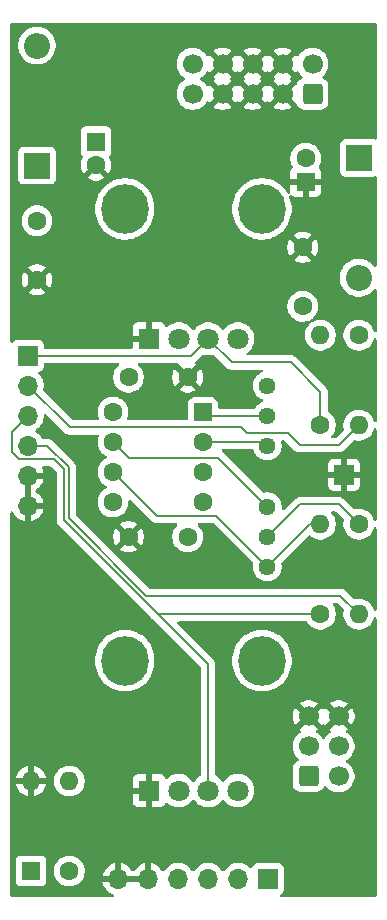
<source format=gtl>
%TF.GenerationSoftware,KiCad,Pcbnew,9.0.0*%
%TF.CreationDate,2025-03-02T11:48:58+01:00*%
%TF.ProjectId,DMH_Multiverter_PCB,444d485f-4d75-46c7-9469-766572746572,1*%
%TF.SameCoordinates,Original*%
%TF.FileFunction,Copper,L1,Top*%
%TF.FilePolarity,Positive*%
%FSLAX46Y46*%
G04 Gerber Fmt 4.6, Leading zero omitted, Abs format (unit mm)*
G04 Created by KiCad (PCBNEW 9.0.0) date 2025-03-02 11:48:58*
%MOMM*%
%LPD*%
G01*
G04 APERTURE LIST*
G04 Aperture macros list*
%AMRoundRect*
0 Rectangle with rounded corners*
0 $1 Rounding radius*
0 $2 $3 $4 $5 $6 $7 $8 $9 X,Y pos of 4 corners*
0 Add a 4 corners polygon primitive as box body*
4,1,4,$2,$3,$4,$5,$6,$7,$8,$9,$2,$3,0*
0 Add four circle primitives for the rounded corners*
1,1,$1+$1,$2,$3*
1,1,$1+$1,$4,$5*
1,1,$1+$1,$6,$7*
1,1,$1+$1,$8,$9*
0 Add four rect primitives between the rounded corners*
20,1,$1+$1,$2,$3,$4,$5,0*
20,1,$1+$1,$4,$5,$6,$7,0*
20,1,$1+$1,$6,$7,$8,$9,0*
20,1,$1+$1,$8,$9,$2,$3,0*%
G04 Aperture macros list end*
%TA.AperFunction,ComponentPad*%
%ADD10O,4.000000X4.200000*%
%TD*%
%TA.AperFunction,ComponentPad*%
%ADD11C,1.800000*%
%TD*%
%TA.AperFunction,ComponentPad*%
%ADD12R,1.800000X1.800000*%
%TD*%
%TA.AperFunction,ComponentPad*%
%ADD13R,1.700000X1.700000*%
%TD*%
%TA.AperFunction,ComponentPad*%
%ADD14C,1.600000*%
%TD*%
%TA.AperFunction,ComponentPad*%
%ADD15O,1.600000X1.600000*%
%TD*%
%TA.AperFunction,ComponentPad*%
%ADD16RoundRect,0.250000X0.550000X0.550000X-0.550000X0.550000X-0.550000X-0.550000X0.550000X-0.550000X0*%
%TD*%
%TA.AperFunction,ComponentPad*%
%ADD17R,2.200000X2.200000*%
%TD*%
%TA.AperFunction,ComponentPad*%
%ADD18O,2.200000X2.200000*%
%TD*%
%TA.AperFunction,ComponentPad*%
%ADD19O,1.700000X1.700000*%
%TD*%
%TA.AperFunction,ComponentPad*%
%ADD20C,1.440000*%
%TD*%
%TA.AperFunction,ComponentPad*%
%ADD21R,1.600000X1.600000*%
%TD*%
%TA.AperFunction,ComponentPad*%
%ADD22RoundRect,0.250000X0.600000X-0.600000X0.600000X0.600000X-0.600000X0.600000X-0.600000X-0.600000X0*%
%TD*%
%TA.AperFunction,ComponentPad*%
%ADD23C,1.700000*%
%TD*%
%TA.AperFunction,ComponentPad*%
%ADD24RoundRect,0.250000X-0.600000X-0.600000X0.600000X-0.600000X0.600000X0.600000X-0.600000X0.600000X0*%
%TD*%
%TA.AperFunction,Conductor*%
%ADD25C,0.200000*%
%TD*%
G04 APERTURE END LIST*
D10*
%TO.P,RV1,*%
%TO.N,*%
X77200000Y-58750000D03*
D11*
X86750000Y-69750000D03*
D10*
X88800000Y-58750000D03*
D12*
%TO.P,RV1,1,1*%
%TO.N,GND*%
X79250000Y-69750000D03*
D11*
%TO.P,RV1,2,2*%
%TO.N,Net-(U1A-+)*%
X81750000Y-69750000D03*
%TO.P,RV1,3,3*%
%TO.N,/Core Circuit/Att A Input*%
X84250000Y-69750000D03*
%TD*%
D13*
%TO.P,J0,1,Pin_1*%
%TO.N,GND*%
X95750000Y-81250000D03*
%TD*%
D10*
%TO.P,RV2,*%
%TO.N,*%
X77200000Y-97000000D03*
D11*
X86750000Y-108000000D03*
D10*
X88800000Y-97000000D03*
D12*
%TO.P,RV2,1,1*%
%TO.N,GND*%
X79250000Y-108000000D03*
D11*
%TO.P,RV2,2,2*%
%TO.N,Net-(U1B-+)*%
X81750000Y-108000000D03*
%TO.P,RV2,3,3*%
%TO.N,/Core Circuit/Att B Input*%
X84250000Y-108000000D03*
%TD*%
D14*
%TO.P,R5,1*%
%TO.N,Net-(D3-K)*%
X72500000Y-114810000D03*
D15*
%TO.P,R5,2*%
%TO.N,+12V*%
X72500000Y-107190000D03*
%TD*%
D14*
%TO.P,C6,1*%
%TO.N,GND*%
X77500000Y-86500000D03*
%TO.P,C6,2*%
%TO.N,-12V*%
X82500000Y-86500000D03*
%TD*%
D16*
%TO.P,U1,1*%
%TO.N,Net-(R2-Pad1)*%
X83800000Y-75950000D03*
D14*
%TO.P,U1,2,-*%
%TO.N,Net-(U1A--)*%
X83800000Y-78490000D03*
%TO.P,U1,3,+*%
%TO.N,Net-(U1A-+)*%
X83800000Y-81030000D03*
%TO.P,U1,4,V-*%
%TO.N,-12V*%
X83800000Y-83570000D03*
%TO.P,U1,5,+*%
%TO.N,Net-(U1B-+)*%
X76180000Y-83570000D03*
%TO.P,U1,6,-*%
%TO.N,Net-(U1B--)*%
X76180000Y-81030000D03*
%TO.P,U1,7*%
%TO.N,Net-(R4-Pad1)*%
X76180000Y-78490000D03*
%TO.P,U1,8,V+*%
%TO.N,+12V*%
X76180000Y-75950000D03*
%TD*%
%TO.P,C4,1*%
%TO.N,GND*%
X92250000Y-62000000D03*
%TO.P,C4,2*%
%TO.N,-12V*%
X92250000Y-67000000D03*
%TD*%
%TO.P,R2,1*%
%TO.N,Net-(R2-Pad1)*%
X97000000Y-69440000D03*
D15*
%TO.P,R2,2*%
%TO.N,/Core Circuit/Att A Output*%
X97000000Y-77060000D03*
%TD*%
D17*
%TO.P,D2,1,K*%
%TO.N,Net-(D2-K)*%
X97000000Y-54420000D03*
D18*
%TO.P,D2,2,A*%
%TO.N,-12V*%
X97000000Y-64580000D03*
%TD*%
D13*
%TO.P,J60,1,Pin_1*%
%TO.N,Net-(D3-K)*%
X89325000Y-115475000D03*
D19*
%TO.P,J60,2,Pin_2*%
%TO.N,Net-(J200-Pin_1)*%
X86785000Y-115475000D03*
%TO.P,J60,3,Pin_3*%
%TO.N,Net-(D3-K)*%
X84245000Y-115475000D03*
%TO.P,J60,4,Pin_4*%
%TO.N,Net-(J200-Pin_2)*%
X81705000Y-115475000D03*
%TO.P,J60,5,Pin_5*%
%TO.N,GND*%
X79165000Y-115475000D03*
%TO.P,J60,6,Pin_6*%
X76625000Y-115475000D03*
%TD*%
D20*
%TO.P,RV3,1,1*%
%TO.N,Net-(U1A--)*%
X89250000Y-78800000D03*
%TO.P,RV3,2,2*%
%TO.N,Net-(R2-Pad1)*%
X89250000Y-76260000D03*
%TO.P,RV3,3,3*%
X89250000Y-73720000D03*
%TD*%
D14*
%TO.P,R1,1*%
%TO.N,/Core Circuit/Att A Input*%
X93750000Y-77060000D03*
D15*
%TO.P,R1,2*%
%TO.N,Net-(U1A--)*%
X93750000Y-69440000D03*
%TD*%
D13*
%TO.P,J50,1,Pin_1*%
%TO.N,/Core Circuit/Att A Input*%
X68975000Y-71175000D03*
D19*
%TO.P,J50,2,Pin_2*%
%TO.N,/Core Circuit/Att A Output*%
X68975000Y-73715000D03*
%TO.P,J50,3,Pin_3*%
%TO.N,/Core Circuit/Att B Input*%
X68975000Y-76255000D03*
%TO.P,J50,4,Pin_4*%
%TO.N,/Core Circuit/Att B Output*%
X68975000Y-78795000D03*
%TO.P,J50,5,Pin_5*%
%TO.N,GND*%
X68975000Y-81335000D03*
%TO.P,J50,6,Pin_6*%
X68975000Y-83875000D03*
%TD*%
D17*
%TO.P,D1,1,K*%
%TO.N,+12V*%
X69750000Y-55080000D03*
D18*
%TO.P,D1,2,A*%
%TO.N,Net-(D1-A)*%
X69750000Y-44920000D03*
%TD*%
D20*
%TO.P,RV4,1,1*%
%TO.N,Net-(U1B--)*%
X89250000Y-89050000D03*
%TO.P,RV4,2,2*%
%TO.N,Net-(R4-Pad1)*%
X89250000Y-86510000D03*
%TO.P,RV4,3,3*%
X89250000Y-83970000D03*
%TD*%
D21*
%TO.P,C2,1*%
%TO.N,GND*%
X92500000Y-56455113D03*
D14*
%TO.P,C2,2*%
%TO.N,-12V*%
X92500000Y-54455113D03*
%TD*%
%TO.P,R4,1*%
%TO.N,Net-(R4-Pad1)*%
X97000000Y-85440000D03*
D15*
%TO.P,R4,2*%
%TO.N,/Core Circuit/Att B Output*%
X97000000Y-93060000D03*
%TD*%
D14*
%TO.P,R3,1*%
%TO.N,/Core Circuit/Att B Input*%
X93750000Y-93060000D03*
D15*
%TO.P,R3,2*%
%TO.N,Net-(U1B--)*%
X93750000Y-85440000D03*
%TD*%
D14*
%TO.P,C5,1*%
%TO.N,+12V*%
X77500000Y-73000000D03*
%TO.P,C5,2*%
%TO.N,GND*%
X82500000Y-73000000D03*
%TD*%
%TO.P,C3,1*%
%TO.N,+12V*%
X69750000Y-59750000D03*
%TO.P,C3,2*%
%TO.N,GND*%
X69750000Y-64750000D03*
%TD*%
D22*
%TO.P,J100,1a,Pin_1a*%
%TO.N,Net-(D2-K)*%
X93080000Y-49002500D03*
D23*
%TO.P,J100,1b,Pin_1b*%
X93080000Y-46462500D03*
%TO.P,J100,2a,Pin_2a*%
%TO.N,GND*%
X90540000Y-49002500D03*
%TO.P,J100,2b,Pin_2b*%
X90540000Y-46462500D03*
%TO.P,J100,3a,Pin_3a*%
X88000000Y-49002500D03*
%TO.P,J100,3b,Pin_3b*%
X88000000Y-46462500D03*
%TO.P,J100,4a,Pin_4a*%
X85460000Y-49002500D03*
%TO.P,J100,4b,Pin_4b*%
X85460000Y-46462500D03*
%TO.P,J100,5a,Pin_5a*%
%TO.N,Net-(D1-A)*%
X82920000Y-49002500D03*
%TO.P,J100,5b,Pin_5b*%
X82920000Y-46462500D03*
%TD*%
D21*
%TO.P,C1,1*%
%TO.N,+12V*%
X74750000Y-53044888D03*
D14*
%TO.P,C1,2*%
%TO.N,GND*%
X74750000Y-55044888D03*
%TD*%
D21*
%TO.P,D3,1,K*%
%TO.N,Net-(D3-K)*%
X69250000Y-114810000D03*
D15*
%TO.P,D3,2,A*%
%TO.N,GND*%
X69250000Y-107190000D03*
%TD*%
D24*
%TO.P,J200,1,Pin_1*%
%TO.N,Net-(J200-Pin_1)*%
X92747500Y-106790000D03*
D23*
%TO.P,J200,2,Pin_2*%
%TO.N,Net-(J200-Pin_2)*%
X92747500Y-104250000D03*
%TO.P,J200,3,Pin_3*%
%TO.N,GND*%
X92747500Y-101710000D03*
%TO.P,J200,4,Pin_4*%
%TO.N,Net-(J200-Pin_1)*%
X95287500Y-106790000D03*
%TO.P,J200,5,Pin_5*%
%TO.N,Net-(J200-Pin_2)*%
X95287500Y-104250000D03*
%TO.P,J200,6,Pin_6*%
%TO.N,GND*%
X95287500Y-101710000D03*
%TD*%
D25*
%TO.N,/Core Circuit/Att A Input*%
X84250000Y-69750000D02*
X86250000Y-71750000D01*
X82825000Y-71175000D02*
X68975000Y-71175000D01*
X93750000Y-74250000D02*
X93750000Y-77060000D01*
X84250000Y-69750000D02*
X82825000Y-71175000D01*
X86250000Y-71750000D02*
X91250000Y-71750000D01*
X91250000Y-71750000D02*
X93750000Y-74250000D01*
%TO.N,/Core Circuit/Att A Output*%
X87500000Y-77750000D02*
X91000000Y-77750000D01*
X72510000Y-77250000D02*
X87000000Y-77250000D01*
X95310000Y-78750000D02*
X97000000Y-77060000D01*
X87000000Y-77250000D02*
X87500000Y-77750000D01*
X92000000Y-78750000D02*
X95310000Y-78750000D01*
X68975000Y-73715000D02*
X72510000Y-77250000D01*
X91000000Y-77750000D02*
X92000000Y-78750000D01*
%TO.N,/Core Circuit/Att B Input*%
X72030000Y-80780000D02*
X72030000Y-85095686D01*
X67600000Y-77630000D02*
X67600000Y-79350000D01*
X79994314Y-93060000D02*
X93750000Y-93060000D01*
X67600000Y-79350000D02*
X68195000Y-79945000D01*
X72030000Y-85095686D02*
X79994314Y-93060000D01*
X84250000Y-97315686D02*
X79994314Y-93060000D01*
X68975000Y-76255000D02*
X67600000Y-77630000D01*
X71195000Y-79945000D02*
X72030000Y-80780000D01*
X68195000Y-79945000D02*
X71195000Y-79945000D01*
X84250000Y-108000000D02*
X84250000Y-97315686D01*
%TO.N,/Core Circuit/Att B Output*%
X95440000Y-91500000D02*
X97000000Y-93060000D01*
X72430000Y-80614314D02*
X72430000Y-84930000D01*
X70610686Y-78795000D02*
X72430000Y-80614314D01*
X72430000Y-84930000D02*
X79000000Y-91500000D01*
X68975000Y-78795000D02*
X70610686Y-78795000D01*
X79000000Y-91500000D02*
X95440000Y-91500000D01*
%TO.N,Net-(U1A--)*%
X83800000Y-78490000D02*
X88940000Y-78490000D01*
X84100000Y-78790000D02*
X83800000Y-78490000D01*
X88940000Y-78490000D02*
X89250000Y-78800000D01*
%TO.N,Net-(R2-Pad1)*%
X89250000Y-76260000D02*
X84110000Y-76260000D01*
X84110000Y-76260000D02*
X83800000Y-75950000D01*
%TO.N,Net-(U1B--)*%
X84950000Y-84750000D02*
X89250000Y-89050000D01*
X92860000Y-85440000D02*
X93750000Y-85440000D01*
X79900000Y-84750000D02*
X84950000Y-84750000D01*
X89250000Y-89050000D02*
X92860000Y-85440000D01*
X76180000Y-81030000D02*
X79900000Y-84750000D01*
%TO.N,Net-(R4-Pad1)*%
X85100000Y-79820000D02*
X89250000Y-83970000D01*
X76180000Y-78490000D02*
X77510000Y-79820000D01*
X89250000Y-86510000D02*
X92010000Y-83750000D01*
X95310000Y-83750000D02*
X97000000Y-85440000D01*
X92010000Y-83750000D02*
X95310000Y-83750000D01*
X77510000Y-79820000D02*
X85100000Y-79820000D01*
%TD*%
%TA.AperFunction,Conductor*%
%TO.N,GND*%
G36*
X94821575Y-101902993D02*
G01*
X94887401Y-102017007D01*
X94980493Y-102110099D01*
X95094507Y-102175925D01*
X95158090Y-102192962D01*
X94525782Y-102825269D01*
X94525782Y-102825270D01*
X94579952Y-102864626D01*
X94579951Y-102864626D01*
X94588995Y-102869234D01*
X94639792Y-102917208D01*
X94656587Y-102985029D01*
X94634050Y-103051164D01*
X94588999Y-103090202D01*
X94579682Y-103094949D01*
X94407713Y-103219890D01*
X94257390Y-103370213D01*
X94132449Y-103542182D01*
X94127984Y-103550946D01*
X94080009Y-103601742D01*
X94012188Y-103618536D01*
X93946053Y-103595998D01*
X93907016Y-103550946D01*
X93902550Y-103542182D01*
X93777609Y-103370213D01*
X93627286Y-103219890D01*
X93455317Y-103094949D01*
X93446004Y-103090204D01*
X93395207Y-103042230D01*
X93378412Y-102974409D01*
X93400949Y-102908274D01*
X93446007Y-102869232D01*
X93455055Y-102864622D01*
X93509216Y-102825270D01*
X93509217Y-102825270D01*
X92876908Y-102192962D01*
X92940493Y-102175925D01*
X93054507Y-102110099D01*
X93147599Y-102017007D01*
X93213425Y-101902993D01*
X93230462Y-101839409D01*
X93862770Y-102471717D01*
X93862770Y-102471716D01*
X93902122Y-102417554D01*
X93907014Y-102407954D01*
X93954988Y-102357157D01*
X94022808Y-102340361D01*
X94088944Y-102362897D01*
X94127986Y-102407954D01*
X94132875Y-102417550D01*
X94172228Y-102471716D01*
X94804537Y-101839408D01*
X94821575Y-101902993D01*
G37*
%TD.AperFunction*%
%TA.AperFunction,Conductor*%
G36*
X70961942Y-80565185D02*
G01*
X70982584Y-80581819D01*
X71393181Y-80992416D01*
X71426666Y-81053739D01*
X71429500Y-81080097D01*
X71429500Y-85009016D01*
X71429499Y-85009034D01*
X71429499Y-85174740D01*
X71429498Y-85174740D01*
X71470423Y-85327471D01*
X71476299Y-85337648D01*
X71476300Y-85337650D01*
X71549477Y-85464398D01*
X71549481Y-85464403D01*
X71668349Y-85583271D01*
X71668355Y-85583276D01*
X79513792Y-93428713D01*
X79513794Y-93428716D01*
X79625598Y-93540520D01*
X79625600Y-93540521D01*
X83613181Y-97528102D01*
X83646666Y-97589425D01*
X83649500Y-97615783D01*
X83649500Y-106658164D01*
X83629815Y-106725203D01*
X83581796Y-106768648D01*
X83515976Y-106802185D01*
X83337641Y-106931752D01*
X83337636Y-106931756D01*
X83181756Y-107087636D01*
X83181752Y-107087641D01*
X83100318Y-107199727D01*
X83044989Y-107242393D01*
X82975375Y-107248372D01*
X82913580Y-107215767D01*
X82899682Y-107199727D01*
X82818247Y-107087641D01*
X82818243Y-107087636D01*
X82662363Y-106931756D01*
X82662358Y-106931752D01*
X82484025Y-106802187D01*
X82484024Y-106802186D01*
X82484022Y-106802185D01*
X82418203Y-106768648D01*
X82287606Y-106702104D01*
X82287603Y-106702103D01*
X82077952Y-106633985D01*
X81969086Y-106616742D01*
X81860222Y-106599500D01*
X81639778Y-106599500D01*
X81567201Y-106610995D01*
X81422047Y-106633985D01*
X81212396Y-106702103D01*
X81212393Y-106702104D01*
X81015974Y-106802187D01*
X80837641Y-106931752D01*
X80837635Y-106931757D01*
X80816207Y-106953185D01*
X80754884Y-106986669D01*
X80685192Y-106981683D01*
X80629259Y-106939810D01*
X80612346Y-106908834D01*
X80593355Y-106857915D01*
X80593350Y-106857906D01*
X80507190Y-106742812D01*
X80507187Y-106742809D01*
X80392093Y-106656649D01*
X80392086Y-106656645D01*
X80257379Y-106606403D01*
X80257372Y-106606401D01*
X80197844Y-106600000D01*
X79500000Y-106600000D01*
X79500000Y-107566988D01*
X79442993Y-107534075D01*
X79315826Y-107500000D01*
X79184174Y-107500000D01*
X79057007Y-107534075D01*
X79000000Y-107566988D01*
X79000000Y-106600000D01*
X78302155Y-106600000D01*
X78242627Y-106606401D01*
X78242620Y-106606403D01*
X78107913Y-106656645D01*
X78107906Y-106656649D01*
X77992812Y-106742809D01*
X77992809Y-106742812D01*
X77906649Y-106857906D01*
X77906645Y-106857913D01*
X77856403Y-106992620D01*
X77856401Y-106992627D01*
X77850000Y-107052155D01*
X77850000Y-107750000D01*
X78816988Y-107750000D01*
X78784075Y-107807007D01*
X78750000Y-107934174D01*
X78750000Y-108065826D01*
X78784075Y-108192993D01*
X78816988Y-108250000D01*
X77850000Y-108250000D01*
X77850000Y-108947844D01*
X77856401Y-109007372D01*
X77856403Y-109007379D01*
X77906645Y-109142086D01*
X77906649Y-109142093D01*
X77992809Y-109257187D01*
X77992812Y-109257190D01*
X78107906Y-109343350D01*
X78107913Y-109343354D01*
X78242620Y-109393596D01*
X78242627Y-109393598D01*
X78302155Y-109399999D01*
X78302172Y-109400000D01*
X79000000Y-109400000D01*
X79000000Y-108433012D01*
X79057007Y-108465925D01*
X79184174Y-108500000D01*
X79315826Y-108500000D01*
X79442993Y-108465925D01*
X79500000Y-108433012D01*
X79500000Y-109400000D01*
X80197828Y-109400000D01*
X80197844Y-109399999D01*
X80257372Y-109393598D01*
X80257379Y-109393596D01*
X80392086Y-109343354D01*
X80392093Y-109343350D01*
X80507187Y-109257190D01*
X80507190Y-109257187D01*
X80593350Y-109142093D01*
X80593353Y-109142088D01*
X80612345Y-109091166D01*
X80654215Y-109035232D01*
X80719679Y-109010813D01*
X80787952Y-109025663D01*
X80816209Y-109046816D01*
X80837636Y-109068243D01*
X80837641Y-109068247D01*
X80993192Y-109181260D01*
X81015978Y-109197815D01*
X81132501Y-109257187D01*
X81212393Y-109297895D01*
X81212396Y-109297896D01*
X81317221Y-109331955D01*
X81422049Y-109366015D01*
X81639778Y-109400500D01*
X81639779Y-109400500D01*
X81860221Y-109400500D01*
X81860222Y-109400500D01*
X82077951Y-109366015D01*
X82287606Y-109297895D01*
X82484022Y-109197815D01*
X82662365Y-109068242D01*
X82818242Y-108912365D01*
X82899682Y-108800270D01*
X82955011Y-108757606D01*
X83024624Y-108751627D01*
X83086420Y-108784232D01*
X83100313Y-108800265D01*
X83181753Y-108912358D01*
X83181758Y-108912365D01*
X83337636Y-109068243D01*
X83337641Y-109068247D01*
X83493192Y-109181260D01*
X83515978Y-109197815D01*
X83632501Y-109257187D01*
X83712393Y-109297895D01*
X83712396Y-109297896D01*
X83817221Y-109331955D01*
X83922049Y-109366015D01*
X84139778Y-109400500D01*
X84139779Y-109400500D01*
X84360221Y-109400500D01*
X84360222Y-109400500D01*
X84577951Y-109366015D01*
X84787606Y-109297895D01*
X84984022Y-109197815D01*
X85162365Y-109068242D01*
X85318242Y-108912365D01*
X85399682Y-108800270D01*
X85455011Y-108757606D01*
X85524624Y-108751627D01*
X85586420Y-108784232D01*
X85600313Y-108800265D01*
X85681753Y-108912358D01*
X85681758Y-108912365D01*
X85837636Y-109068243D01*
X85837641Y-109068247D01*
X85993192Y-109181260D01*
X86015978Y-109197815D01*
X86132501Y-109257187D01*
X86212393Y-109297895D01*
X86212396Y-109297896D01*
X86317221Y-109331955D01*
X86422049Y-109366015D01*
X86639778Y-109400500D01*
X86639779Y-109400500D01*
X86860221Y-109400500D01*
X86860222Y-109400500D01*
X87077951Y-109366015D01*
X87287606Y-109297895D01*
X87484022Y-109197815D01*
X87662365Y-109068242D01*
X87818242Y-108912365D01*
X87947815Y-108734022D01*
X88047895Y-108537606D01*
X88116015Y-108327951D01*
X88150500Y-108110222D01*
X88150500Y-107889778D01*
X88116015Y-107672049D01*
X88060114Y-107500000D01*
X88047896Y-107462396D01*
X88047895Y-107462393D01*
X88013237Y-107394375D01*
X87947815Y-107265978D01*
X87854354Y-107137339D01*
X87818247Y-107087641D01*
X87818243Y-107087636D01*
X87662363Y-106931756D01*
X87662358Y-106931752D01*
X87484025Y-106802187D01*
X87484024Y-106802186D01*
X87484022Y-106802185D01*
X87418203Y-106768648D01*
X87287606Y-106702104D01*
X87287603Y-106702103D01*
X87077952Y-106633985D01*
X86969086Y-106616742D01*
X86860222Y-106599500D01*
X86639778Y-106599500D01*
X86567201Y-106610995D01*
X86422047Y-106633985D01*
X86212396Y-106702103D01*
X86212393Y-106702104D01*
X86015974Y-106802187D01*
X85837641Y-106931752D01*
X85837636Y-106931756D01*
X85681756Y-107087636D01*
X85681752Y-107087641D01*
X85600318Y-107199727D01*
X85544989Y-107242393D01*
X85475375Y-107248372D01*
X85413580Y-107215767D01*
X85399682Y-107199727D01*
X85318247Y-107087641D01*
X85318243Y-107087636D01*
X85162363Y-106931756D01*
X85162358Y-106931752D01*
X84984023Y-106802185D01*
X84918204Y-106768648D01*
X84867409Y-106720674D01*
X84850500Y-106658164D01*
X84850500Y-104143713D01*
X91397000Y-104143713D01*
X91397000Y-104356286D01*
X91430253Y-104566239D01*
X91495944Y-104768414D01*
X91592451Y-104957820D01*
X91717390Y-105129786D01*
X91867709Y-105280105D01*
X91872606Y-105283663D01*
X91915271Y-105338994D01*
X91921250Y-105408607D01*
X91888644Y-105470402D01*
X91838729Y-105501685D01*
X91828173Y-105505183D01*
X91828163Y-105505187D01*
X91678842Y-105597289D01*
X91554789Y-105721342D01*
X91462687Y-105870663D01*
X91462685Y-105870668D01*
X91442648Y-105931137D01*
X91407501Y-106037203D01*
X91407501Y-106037204D01*
X91407500Y-106037204D01*
X91397000Y-106139983D01*
X91397000Y-106139996D01*
X91397001Y-107440000D01*
X91397001Y-107440018D01*
X91407500Y-107542796D01*
X91407501Y-107542799D01*
X91456022Y-107689223D01*
X91462686Y-107709334D01*
X91554788Y-107858656D01*
X91678844Y-107982712D01*
X91828166Y-108074814D01*
X91994703Y-108129999D01*
X92097491Y-108140500D01*
X93397508Y-108140499D01*
X93500297Y-108129999D01*
X93666834Y-108074814D01*
X93816156Y-107982712D01*
X93940212Y-107858656D01*
X94032314Y-107709334D01*
X94035812Y-107698775D01*
X94075582Y-107641332D01*
X94140098Y-107614507D01*
X94208874Y-107626821D01*
X94253834Y-107664891D01*
X94257390Y-107669785D01*
X94257394Y-107669790D01*
X94407713Y-107820109D01*
X94579679Y-107945048D01*
X94579681Y-107945049D01*
X94579684Y-107945051D01*
X94769088Y-108041557D01*
X94971257Y-108107246D01*
X95181213Y-108140500D01*
X95181214Y-108140500D01*
X95393786Y-108140500D01*
X95393787Y-108140500D01*
X95603743Y-108107246D01*
X95805912Y-108041557D01*
X95995316Y-107945051D01*
X96017289Y-107929086D01*
X96167286Y-107820109D01*
X96167288Y-107820106D01*
X96167292Y-107820104D01*
X96317604Y-107669792D01*
X96317606Y-107669788D01*
X96317609Y-107669786D01*
X96442548Y-107497820D01*
X96442547Y-107497820D01*
X96442551Y-107497816D01*
X96539057Y-107308412D01*
X96604746Y-107106243D01*
X96638000Y-106896287D01*
X96638000Y-106683713D01*
X96604746Y-106473757D01*
X96539057Y-106271588D01*
X96442551Y-106082184D01*
X96442549Y-106082181D01*
X96442548Y-106082179D01*
X96317609Y-105910213D01*
X96167286Y-105759890D01*
X95995320Y-105634951D01*
X95994615Y-105634591D01*
X95986554Y-105630485D01*
X95935759Y-105582512D01*
X95918963Y-105514692D01*
X95941499Y-105448556D01*
X95986554Y-105409515D01*
X95995316Y-105405051D01*
X96017289Y-105389086D01*
X96167286Y-105280109D01*
X96167288Y-105280106D01*
X96167292Y-105280104D01*
X96317604Y-105129792D01*
X96317606Y-105129788D01*
X96317609Y-105129786D01*
X96442548Y-104957820D01*
X96442547Y-104957820D01*
X96442551Y-104957816D01*
X96539057Y-104768412D01*
X96604746Y-104566243D01*
X96638000Y-104356287D01*
X96638000Y-104143713D01*
X96604746Y-103933757D01*
X96539057Y-103731588D01*
X96442551Y-103542184D01*
X96442549Y-103542181D01*
X96442548Y-103542179D01*
X96317609Y-103370213D01*
X96167286Y-103219890D01*
X95995317Y-103094949D01*
X95986004Y-103090204D01*
X95935207Y-103042230D01*
X95918412Y-102974409D01*
X95940949Y-102908274D01*
X95986007Y-102869232D01*
X95995055Y-102864622D01*
X96049216Y-102825270D01*
X96049217Y-102825270D01*
X95416908Y-102192962D01*
X95480493Y-102175925D01*
X95594507Y-102110099D01*
X95687599Y-102017007D01*
X95753425Y-101902993D01*
X95770462Y-101839409D01*
X96402770Y-102471717D01*
X96402770Y-102471716D01*
X96442122Y-102417554D01*
X96538595Y-102228217D01*
X96604257Y-102026130D01*
X96604257Y-102026127D01*
X96637500Y-101816246D01*
X96637500Y-101603753D01*
X96604257Y-101393872D01*
X96604257Y-101393869D01*
X96538595Y-101191782D01*
X96442124Y-101002449D01*
X96402770Y-100948282D01*
X96402769Y-100948282D01*
X95770462Y-101580590D01*
X95753425Y-101517007D01*
X95687599Y-101402993D01*
X95594507Y-101309901D01*
X95480493Y-101244075D01*
X95416909Y-101227037D01*
X96049216Y-100594728D01*
X95995050Y-100555375D01*
X95805717Y-100458904D01*
X95603629Y-100393242D01*
X95393746Y-100360000D01*
X95181254Y-100360000D01*
X94971372Y-100393242D01*
X94971369Y-100393242D01*
X94769282Y-100458904D01*
X94579939Y-100555380D01*
X94525782Y-100594727D01*
X94525782Y-100594728D01*
X95158091Y-101227037D01*
X95094507Y-101244075D01*
X94980493Y-101309901D01*
X94887401Y-101402993D01*
X94821575Y-101517007D01*
X94804537Y-101580591D01*
X94172228Y-100948282D01*
X94172227Y-100948282D01*
X94132880Y-101002440D01*
X94127983Y-101012051D01*
X94080006Y-101062845D01*
X94012184Y-101079638D01*
X93946050Y-101057098D01*
X93907016Y-101012048D01*
X93902126Y-101002452D01*
X93862770Y-100948282D01*
X93862769Y-100948282D01*
X93230462Y-101580590D01*
X93213425Y-101517007D01*
X93147599Y-101402993D01*
X93054507Y-101309901D01*
X92940493Y-101244075D01*
X92876909Y-101227037D01*
X93509216Y-100594728D01*
X93455050Y-100555375D01*
X93265717Y-100458904D01*
X93063629Y-100393242D01*
X92853746Y-100360000D01*
X92641254Y-100360000D01*
X92431372Y-100393242D01*
X92431369Y-100393242D01*
X92229282Y-100458904D01*
X92039939Y-100555380D01*
X91985782Y-100594727D01*
X91985782Y-100594728D01*
X92618091Y-101227037D01*
X92554507Y-101244075D01*
X92440493Y-101309901D01*
X92347401Y-101402993D01*
X92281575Y-101517007D01*
X92264537Y-101580591D01*
X91632228Y-100948282D01*
X91632227Y-100948282D01*
X91592880Y-101002439D01*
X91496404Y-101191782D01*
X91430742Y-101393869D01*
X91430742Y-101393872D01*
X91397500Y-101603753D01*
X91397500Y-101816246D01*
X91430742Y-102026127D01*
X91430742Y-102026130D01*
X91496404Y-102228217D01*
X91592875Y-102417550D01*
X91632228Y-102471716D01*
X92264537Y-101839408D01*
X92281575Y-101902993D01*
X92347401Y-102017007D01*
X92440493Y-102110099D01*
X92554507Y-102175925D01*
X92618090Y-102192962D01*
X91985782Y-102825269D01*
X91985782Y-102825270D01*
X92039952Y-102864626D01*
X92039951Y-102864626D01*
X92048995Y-102869234D01*
X92099792Y-102917208D01*
X92116587Y-102985029D01*
X92094050Y-103051164D01*
X92048999Y-103090202D01*
X92039682Y-103094949D01*
X91867713Y-103219890D01*
X91717390Y-103370213D01*
X91592451Y-103542179D01*
X91495944Y-103731585D01*
X91430253Y-103933760D01*
X91397000Y-104143713D01*
X84850500Y-104143713D01*
X84850500Y-97404745D01*
X84850501Y-97404732D01*
X84850501Y-97236631D01*
X84850501Y-97236629D01*
X84809577Y-97083901D01*
X84780639Y-97033781D01*
X84730520Y-96946970D01*
X84627327Y-96843777D01*
X84627327Y-96843776D01*
X84614381Y-96830832D01*
X84614380Y-96830830D01*
X84614374Y-96830825D01*
X84543117Y-96759568D01*
X86299500Y-96759568D01*
X86299500Y-97240431D01*
X86330942Y-97519494D01*
X86330945Y-97519512D01*
X86393439Y-97793317D01*
X86393443Y-97793329D01*
X86486200Y-98058411D01*
X86608053Y-98311442D01*
X86608055Y-98311445D01*
X86757477Y-98549248D01*
X86932584Y-98768825D01*
X87131175Y-98967416D01*
X87350752Y-99142523D01*
X87588555Y-99291945D01*
X87841592Y-99413801D01*
X88040680Y-99483465D01*
X88106670Y-99506556D01*
X88106682Y-99506560D01*
X88380491Y-99569055D01*
X88380497Y-99569055D01*
X88380505Y-99569057D01*
X88566547Y-99590018D01*
X88659569Y-99600499D01*
X88659572Y-99600500D01*
X88659575Y-99600500D01*
X88940428Y-99600500D01*
X88940429Y-99600499D01*
X89083055Y-99584429D01*
X89219494Y-99569057D01*
X89219499Y-99569056D01*
X89219509Y-99569055D01*
X89493318Y-99506560D01*
X89758408Y-99413801D01*
X90011445Y-99291945D01*
X90249248Y-99142523D01*
X90468825Y-98967416D01*
X90667416Y-98768825D01*
X90842523Y-98549248D01*
X90991945Y-98311445D01*
X91113801Y-98058408D01*
X91206560Y-97793318D01*
X91269055Y-97519509D01*
X91300500Y-97240425D01*
X91300500Y-96759575D01*
X91269055Y-96480491D01*
X91206560Y-96206682D01*
X91113801Y-95941592D01*
X90991945Y-95688555D01*
X90842523Y-95450752D01*
X90667416Y-95231175D01*
X90468825Y-95032584D01*
X90249248Y-94857477D01*
X90011445Y-94708055D01*
X90011442Y-94708053D01*
X89758411Y-94586200D01*
X89493329Y-94493443D01*
X89493317Y-94493439D01*
X89219512Y-94430945D01*
X89219494Y-94430942D01*
X88940431Y-94399500D01*
X88940425Y-94399500D01*
X88659575Y-94399500D01*
X88659568Y-94399500D01*
X88380505Y-94430942D01*
X88380487Y-94430945D01*
X88106682Y-94493439D01*
X88106670Y-94493443D01*
X87841588Y-94586200D01*
X87588557Y-94708053D01*
X87350753Y-94857476D01*
X87131175Y-95032583D01*
X86932583Y-95231175D01*
X86757476Y-95450753D01*
X86608053Y-95688557D01*
X86486200Y-95941588D01*
X86393443Y-96206670D01*
X86393439Y-96206682D01*
X86330945Y-96480487D01*
X86330942Y-96480505D01*
X86299500Y-96759568D01*
X84543117Y-96759568D01*
X81655730Y-93872181D01*
X81622245Y-93810858D01*
X81627229Y-93741166D01*
X81669101Y-93685233D01*
X81734565Y-93660816D01*
X81743411Y-93660500D01*
X92520398Y-93660500D01*
X92587437Y-93680185D01*
X92630883Y-93728205D01*
X92637715Y-93741614D01*
X92758028Y-93907213D01*
X92902786Y-94051971D01*
X93057749Y-94164556D01*
X93068390Y-94172287D01*
X93184607Y-94231503D01*
X93250776Y-94265218D01*
X93250778Y-94265218D01*
X93250781Y-94265220D01*
X93355137Y-94299127D01*
X93445465Y-94328477D01*
X93546557Y-94344488D01*
X93647648Y-94360500D01*
X93647649Y-94360500D01*
X93852351Y-94360500D01*
X93852352Y-94360500D01*
X94054534Y-94328477D01*
X94249219Y-94265220D01*
X94431610Y-94172287D01*
X94524590Y-94104732D01*
X94597213Y-94051971D01*
X94597215Y-94051968D01*
X94597219Y-94051966D01*
X94741966Y-93907219D01*
X94741968Y-93907215D01*
X94741971Y-93907213D01*
X94811976Y-93810858D01*
X94862287Y-93741610D01*
X94955220Y-93559219D01*
X95018477Y-93364534D01*
X95050500Y-93162352D01*
X95050500Y-92957648D01*
X95018477Y-92755466D01*
X95016900Y-92750614D01*
X94955218Y-92560776D01*
X94862287Y-92378390D01*
X94803434Y-92297385D01*
X94799202Y-92285524D01*
X94790959Y-92276011D01*
X94787685Y-92253245D01*
X94779955Y-92231578D01*
X94782806Y-92219314D01*
X94781015Y-92206853D01*
X94790570Y-92185928D01*
X94795781Y-92163524D01*
X94804809Y-92154749D01*
X94810040Y-92143297D01*
X94829391Y-92130860D01*
X94845887Y-92114830D01*
X94859632Y-92111426D01*
X94868818Y-92105523D01*
X94903753Y-92100500D01*
X95139903Y-92100500D01*
X95206942Y-92120185D01*
X95227584Y-92136819D01*
X95705922Y-92615157D01*
X95739407Y-92676480D01*
X95736173Y-92741155D01*
X95731522Y-92755468D01*
X95699500Y-92957648D01*
X95699500Y-93162351D01*
X95731522Y-93364534D01*
X95794781Y-93559223D01*
X95887715Y-93741613D01*
X96008028Y-93907213D01*
X96152786Y-94051971D01*
X96307749Y-94164556D01*
X96318390Y-94172287D01*
X96434607Y-94231503D01*
X96500776Y-94265218D01*
X96500778Y-94265218D01*
X96500781Y-94265220D01*
X96605137Y-94299127D01*
X96695465Y-94328477D01*
X96796557Y-94344488D01*
X96897648Y-94360500D01*
X96897649Y-94360500D01*
X97102351Y-94360500D01*
X97102352Y-94360500D01*
X97304534Y-94328477D01*
X97499219Y-94265220D01*
X97681610Y-94172287D01*
X97774590Y-94104732D01*
X97847213Y-94051971D01*
X97847215Y-94051968D01*
X97847219Y-94051966D01*
X97991966Y-93907219D01*
X97991968Y-93907215D01*
X97991971Y-93907213D01*
X98061976Y-93810858D01*
X98112287Y-93741610D01*
X98205220Y-93559219D01*
X98257569Y-93398106D01*
X98297007Y-93340430D01*
X98361365Y-93313232D01*
X98430212Y-93325147D01*
X98481687Y-93372391D01*
X98499500Y-93436424D01*
X98499500Y-116875500D01*
X98479815Y-116942539D01*
X98427011Y-116988294D01*
X98375500Y-116999500D01*
X90480656Y-116999500D01*
X90413617Y-116979815D01*
X90367862Y-116927011D01*
X90357918Y-116857853D01*
X90386943Y-116794297D01*
X90410893Y-116774996D01*
X90410231Y-116774112D01*
X90490136Y-116714293D01*
X90532546Y-116682546D01*
X90618796Y-116567331D01*
X90669091Y-116432483D01*
X90675500Y-116372873D01*
X90675499Y-114577128D01*
X90669091Y-114517517D01*
X90667810Y-114514083D01*
X90618797Y-114382671D01*
X90618793Y-114382664D01*
X90532547Y-114267455D01*
X90532544Y-114267452D01*
X90417335Y-114181206D01*
X90417328Y-114181202D01*
X90282482Y-114130908D01*
X90282483Y-114130908D01*
X90222883Y-114124501D01*
X90222881Y-114124500D01*
X90222873Y-114124500D01*
X90222864Y-114124500D01*
X88427129Y-114124500D01*
X88427123Y-114124501D01*
X88367516Y-114130908D01*
X88232671Y-114181202D01*
X88232664Y-114181206D01*
X88117455Y-114267452D01*
X88117452Y-114267455D01*
X88031206Y-114382664D01*
X88031203Y-114382669D01*
X87982189Y-114514083D01*
X87940317Y-114570016D01*
X87874853Y-114594433D01*
X87806580Y-114579581D01*
X87778326Y-114558430D01*
X87664786Y-114444890D01*
X87492820Y-114319951D01*
X87303414Y-114223444D01*
X87303413Y-114223443D01*
X87303412Y-114223443D01*
X87101243Y-114157754D01*
X87101241Y-114157753D01*
X87101240Y-114157753D01*
X86939957Y-114132208D01*
X86891287Y-114124500D01*
X86678713Y-114124500D01*
X86630042Y-114132208D01*
X86468760Y-114157753D01*
X86266585Y-114223444D01*
X86077179Y-114319951D01*
X85905213Y-114444890D01*
X85754890Y-114595213D01*
X85629949Y-114767182D01*
X85625484Y-114775946D01*
X85577509Y-114826742D01*
X85509688Y-114843536D01*
X85443553Y-114820998D01*
X85404516Y-114775946D01*
X85400050Y-114767182D01*
X85275109Y-114595213D01*
X85124786Y-114444890D01*
X84952820Y-114319951D01*
X84763414Y-114223444D01*
X84763413Y-114223443D01*
X84763412Y-114223443D01*
X84561243Y-114157754D01*
X84561241Y-114157753D01*
X84561240Y-114157753D01*
X84399957Y-114132208D01*
X84351287Y-114124500D01*
X84138713Y-114124500D01*
X84090042Y-114132208D01*
X83928760Y-114157753D01*
X83726585Y-114223444D01*
X83537179Y-114319951D01*
X83365213Y-114444890D01*
X83214890Y-114595213D01*
X83089949Y-114767182D01*
X83085484Y-114775946D01*
X83037509Y-114826742D01*
X82969688Y-114843536D01*
X82903553Y-114820998D01*
X82864516Y-114775946D01*
X82860050Y-114767182D01*
X82735109Y-114595213D01*
X82584786Y-114444890D01*
X82412820Y-114319951D01*
X82223414Y-114223444D01*
X82223413Y-114223443D01*
X82223412Y-114223443D01*
X82021243Y-114157754D01*
X82021241Y-114157753D01*
X82021240Y-114157753D01*
X81859957Y-114132208D01*
X81811287Y-114124500D01*
X81598713Y-114124500D01*
X81550042Y-114132208D01*
X81388760Y-114157753D01*
X81186585Y-114223444D01*
X80997179Y-114319951D01*
X80825213Y-114444890D01*
X80674890Y-114595213D01*
X80549949Y-114767182D01*
X80545202Y-114776499D01*
X80497227Y-114827293D01*
X80429405Y-114844087D01*
X80363271Y-114821548D01*
X80324234Y-114776495D01*
X80319622Y-114767444D01*
X80194727Y-114595540D01*
X80194723Y-114595535D01*
X80044464Y-114445276D01*
X80044459Y-114445272D01*
X79872557Y-114320379D01*
X79683215Y-114223903D01*
X79481124Y-114158241D01*
X79415000Y-114147768D01*
X79415000Y-115041988D01*
X79357993Y-115009075D01*
X79230826Y-114975000D01*
X79099174Y-114975000D01*
X78972007Y-115009075D01*
X78915000Y-115041988D01*
X78915000Y-114147768D01*
X78914999Y-114147768D01*
X78848875Y-114158241D01*
X78646784Y-114223903D01*
X78457442Y-114320379D01*
X78285540Y-114445272D01*
X78285535Y-114445276D01*
X78135276Y-114595535D01*
X78135272Y-114595540D01*
X78010377Y-114767444D01*
X78005484Y-114777048D01*
X77957509Y-114827844D01*
X77889688Y-114844638D01*
X77823553Y-114822100D01*
X77784516Y-114777048D01*
X77779622Y-114767444D01*
X77654727Y-114595540D01*
X77654723Y-114595535D01*
X77504464Y-114445276D01*
X77504459Y-114445272D01*
X77332557Y-114320379D01*
X77143215Y-114223903D01*
X76941124Y-114158241D01*
X76875000Y-114147768D01*
X76875000Y-115041988D01*
X76817993Y-115009075D01*
X76690826Y-114975000D01*
X76559174Y-114975000D01*
X76432007Y-115009075D01*
X76375000Y-115041988D01*
X76375000Y-114147768D01*
X76374999Y-114147768D01*
X76308875Y-114158241D01*
X76106784Y-114223903D01*
X75917442Y-114320379D01*
X75745540Y-114445272D01*
X75745535Y-114445276D01*
X75595276Y-114595535D01*
X75595272Y-114595540D01*
X75470379Y-114767442D01*
X75373904Y-114956782D01*
X75308242Y-115158870D01*
X75308242Y-115158873D01*
X75297769Y-115225000D01*
X76191988Y-115225000D01*
X76159075Y-115282007D01*
X76125000Y-115409174D01*
X76125000Y-115540826D01*
X76159075Y-115667993D01*
X76191988Y-115725000D01*
X75297769Y-115725000D01*
X75308242Y-115791126D01*
X75308242Y-115791129D01*
X75373904Y-115993217D01*
X75470379Y-116182557D01*
X75595272Y-116354459D01*
X75595276Y-116354464D01*
X75745535Y-116504723D01*
X75745540Y-116504727D01*
X75917442Y-116629620D01*
X76106782Y-116726095D01*
X76203649Y-116757569D01*
X76261324Y-116797006D01*
X76288523Y-116861365D01*
X76276609Y-116930211D01*
X76229365Y-116981687D01*
X76165331Y-116999500D01*
X67624500Y-116999500D01*
X67557461Y-116979815D01*
X67511706Y-116927011D01*
X67500500Y-116875500D01*
X67500500Y-113962135D01*
X67949500Y-113962135D01*
X67949500Y-115657870D01*
X67949501Y-115657876D01*
X67955908Y-115717483D01*
X68006202Y-115852328D01*
X68006206Y-115852335D01*
X68092452Y-115967544D01*
X68092455Y-115967547D01*
X68207664Y-116053793D01*
X68207671Y-116053797D01*
X68342517Y-116104091D01*
X68342516Y-116104091D01*
X68349444Y-116104835D01*
X68402127Y-116110500D01*
X70097872Y-116110499D01*
X70157483Y-116104091D01*
X70292331Y-116053796D01*
X70407546Y-115967546D01*
X70493796Y-115852331D01*
X70544091Y-115717483D01*
X70550500Y-115657873D01*
X70550499Y-114707648D01*
X71199500Y-114707648D01*
X71199500Y-114912351D01*
X71231522Y-115114534D01*
X71294781Y-115309223D01*
X71387715Y-115491613D01*
X71508028Y-115657213D01*
X71652786Y-115801971D01*
X71807749Y-115914556D01*
X71818390Y-115922287D01*
X71907212Y-115967544D01*
X72000776Y-116015218D01*
X72000778Y-116015218D01*
X72000781Y-116015220D01*
X72105137Y-116049127D01*
X72195465Y-116078477D01*
X72296557Y-116094488D01*
X72397648Y-116110500D01*
X72397649Y-116110500D01*
X72602351Y-116110500D01*
X72602352Y-116110500D01*
X72804534Y-116078477D01*
X72999219Y-116015220D01*
X73181610Y-115922287D01*
X73277901Y-115852328D01*
X73347213Y-115801971D01*
X73347215Y-115801968D01*
X73347219Y-115801966D01*
X73491966Y-115657219D01*
X73491968Y-115657215D01*
X73491971Y-115657213D01*
X73547133Y-115581287D01*
X73612287Y-115491610D01*
X73705220Y-115309219D01*
X73768477Y-115114534D01*
X73800500Y-114912352D01*
X73800500Y-114707648D01*
X73780216Y-114579581D01*
X73768477Y-114505465D01*
X73728576Y-114382664D01*
X73705220Y-114310781D01*
X73705218Y-114310778D01*
X73705218Y-114310776D01*
X73660953Y-114223903D01*
X73612287Y-114128390D01*
X73604556Y-114117749D01*
X73491971Y-113962786D01*
X73347213Y-113818028D01*
X73181613Y-113697715D01*
X73181612Y-113697714D01*
X73181610Y-113697713D01*
X73124653Y-113668691D01*
X72999223Y-113604781D01*
X72804534Y-113541522D01*
X72629995Y-113513878D01*
X72602352Y-113509500D01*
X72397648Y-113509500D01*
X72373329Y-113513351D01*
X72195465Y-113541522D01*
X72000776Y-113604781D01*
X71818386Y-113697715D01*
X71652786Y-113818028D01*
X71508028Y-113962786D01*
X71387715Y-114128386D01*
X71294781Y-114310776D01*
X71231522Y-114505465D01*
X71199500Y-114707648D01*
X70550499Y-114707648D01*
X70550499Y-113962128D01*
X70544091Y-113902517D01*
X70493796Y-113767669D01*
X70493795Y-113767668D01*
X70493793Y-113767664D01*
X70407547Y-113652455D01*
X70407544Y-113652452D01*
X70292335Y-113566206D01*
X70292328Y-113566202D01*
X70157482Y-113515908D01*
X70157483Y-113515908D01*
X70097883Y-113509501D01*
X70097881Y-113509500D01*
X70097873Y-113509500D01*
X70097864Y-113509500D01*
X68402129Y-113509500D01*
X68402123Y-113509501D01*
X68342516Y-113515908D01*
X68207671Y-113566202D01*
X68207664Y-113566206D01*
X68092455Y-113652452D01*
X68092452Y-113652455D01*
X68006206Y-113767664D01*
X68006202Y-113767671D01*
X67955908Y-113902517D01*
X67949501Y-113962116D01*
X67949501Y-113962123D01*
X67949500Y-113962135D01*
X67500500Y-113962135D01*
X67500500Y-106940000D01*
X67973391Y-106940000D01*
X68934314Y-106940000D01*
X68929920Y-106944394D01*
X68877259Y-107035606D01*
X68850000Y-107137339D01*
X68850000Y-107242661D01*
X68877259Y-107344394D01*
X68929920Y-107435606D01*
X68934314Y-107440000D01*
X67973391Y-107440000D01*
X67982009Y-107494413D01*
X68045244Y-107689029D01*
X68138140Y-107871349D01*
X68258417Y-108036894D01*
X68258417Y-108036895D01*
X68403104Y-108181582D01*
X68568650Y-108301859D01*
X68750968Y-108394754D01*
X68945578Y-108457988D01*
X69000000Y-108466607D01*
X69000000Y-107505686D01*
X69004394Y-107510080D01*
X69095606Y-107562741D01*
X69197339Y-107590000D01*
X69302661Y-107590000D01*
X69404394Y-107562741D01*
X69495606Y-107510080D01*
X69500000Y-107505686D01*
X69500000Y-108466606D01*
X69554421Y-108457988D01*
X69749031Y-108394754D01*
X69931349Y-108301859D01*
X70096894Y-108181582D01*
X70096895Y-108181582D01*
X70241582Y-108036895D01*
X70241582Y-108036894D01*
X70361859Y-107871349D01*
X70454755Y-107689029D01*
X70517990Y-107494413D01*
X70526609Y-107440000D01*
X69565686Y-107440000D01*
X69570080Y-107435606D01*
X69622741Y-107344394D01*
X69650000Y-107242661D01*
X69650000Y-107137339D01*
X69636685Y-107087648D01*
X71199500Y-107087648D01*
X71199500Y-107292351D01*
X71231522Y-107494534D01*
X71294781Y-107689223D01*
X71387715Y-107871613D01*
X71508028Y-108037213D01*
X71652786Y-108181971D01*
X71807749Y-108294556D01*
X71818390Y-108302287D01*
X71934607Y-108361503D01*
X72000776Y-108395218D01*
X72000778Y-108395218D01*
X72000781Y-108395220D01*
X72105137Y-108429127D01*
X72195465Y-108458477D01*
X72296557Y-108474488D01*
X72397648Y-108490500D01*
X72397649Y-108490500D01*
X72602351Y-108490500D01*
X72602352Y-108490500D01*
X72804534Y-108458477D01*
X72999219Y-108395220D01*
X73181610Y-108302287D01*
X73332042Y-108192993D01*
X73347213Y-108181971D01*
X73347215Y-108181968D01*
X73347219Y-108181966D01*
X73491966Y-108037219D01*
X73491968Y-108037215D01*
X73491971Y-108037213D01*
X73558929Y-107945051D01*
X73612287Y-107871610D01*
X73705220Y-107689219D01*
X73768477Y-107494534D01*
X73800500Y-107292352D01*
X73800500Y-107087648D01*
X73768477Y-106885466D01*
X73705220Y-106690781D01*
X73705218Y-106690778D01*
X73705218Y-106690776D01*
X73662226Y-106606401D01*
X73612287Y-106508390D01*
X73587125Y-106473757D01*
X73491971Y-106342786D01*
X73347213Y-106198028D01*
X73181613Y-106077715D01*
X73181612Y-106077714D01*
X73181610Y-106077713D01*
X73102105Y-106037203D01*
X72999223Y-105984781D01*
X72804534Y-105921522D01*
X72629995Y-105893878D01*
X72602352Y-105889500D01*
X72397648Y-105889500D01*
X72373329Y-105893351D01*
X72195465Y-105921522D01*
X72000776Y-105984781D01*
X71818386Y-106077715D01*
X71652786Y-106198028D01*
X71508028Y-106342786D01*
X71387715Y-106508386D01*
X71294781Y-106690776D01*
X71231522Y-106885465D01*
X71199500Y-107087648D01*
X69636685Y-107087648D01*
X69622741Y-107035606D01*
X69570080Y-106944394D01*
X69565686Y-106940000D01*
X70526609Y-106940000D01*
X70517990Y-106885586D01*
X70454755Y-106690970D01*
X70361859Y-106508650D01*
X70241582Y-106343105D01*
X70241582Y-106343104D01*
X70096895Y-106198417D01*
X69931349Y-106078140D01*
X69749029Y-105985244D01*
X69554413Y-105922009D01*
X69500000Y-105913390D01*
X69500000Y-106874314D01*
X69495606Y-106869920D01*
X69404394Y-106817259D01*
X69302661Y-106790000D01*
X69197339Y-106790000D01*
X69095606Y-106817259D01*
X69004394Y-106869920D01*
X69000000Y-106874314D01*
X69000000Y-105913390D01*
X68945586Y-105922009D01*
X68750970Y-105985244D01*
X68568650Y-106078140D01*
X68403105Y-106198417D01*
X68403104Y-106198417D01*
X68258417Y-106343104D01*
X68258417Y-106343105D01*
X68138140Y-106508650D01*
X68045244Y-106690970D01*
X67982009Y-106885586D01*
X67973391Y-106940000D01*
X67500500Y-106940000D01*
X67500500Y-96759568D01*
X74699500Y-96759568D01*
X74699500Y-97240431D01*
X74730942Y-97519494D01*
X74730945Y-97519512D01*
X74793439Y-97793317D01*
X74793443Y-97793329D01*
X74886200Y-98058411D01*
X75008053Y-98311442D01*
X75008055Y-98311445D01*
X75157477Y-98549248D01*
X75332584Y-98768825D01*
X75531175Y-98967416D01*
X75750752Y-99142523D01*
X75988555Y-99291945D01*
X76241592Y-99413801D01*
X76440680Y-99483465D01*
X76506670Y-99506556D01*
X76506682Y-99506560D01*
X76780491Y-99569055D01*
X76780497Y-99569055D01*
X76780505Y-99569057D01*
X76966547Y-99590018D01*
X77059569Y-99600499D01*
X77059572Y-99600500D01*
X77059575Y-99600500D01*
X77340428Y-99600500D01*
X77340429Y-99600499D01*
X77483055Y-99584429D01*
X77619494Y-99569057D01*
X77619499Y-99569056D01*
X77619509Y-99569055D01*
X77893318Y-99506560D01*
X78158408Y-99413801D01*
X78411445Y-99291945D01*
X78649248Y-99142523D01*
X78868825Y-98967416D01*
X79067416Y-98768825D01*
X79242523Y-98549248D01*
X79391945Y-98311445D01*
X79513801Y-98058408D01*
X79606560Y-97793318D01*
X79669055Y-97519509D01*
X79700500Y-97240425D01*
X79700500Y-96759575D01*
X79669055Y-96480491D01*
X79606560Y-96206682D01*
X79513801Y-95941592D01*
X79391945Y-95688555D01*
X79242523Y-95450752D01*
X79067416Y-95231175D01*
X78868825Y-95032584D01*
X78649248Y-94857477D01*
X78411445Y-94708055D01*
X78411442Y-94708053D01*
X78158411Y-94586200D01*
X77893329Y-94493443D01*
X77893317Y-94493439D01*
X77619512Y-94430945D01*
X77619494Y-94430942D01*
X77340431Y-94399500D01*
X77340425Y-94399500D01*
X77059575Y-94399500D01*
X77059568Y-94399500D01*
X76780505Y-94430942D01*
X76780487Y-94430945D01*
X76506682Y-94493439D01*
X76506670Y-94493443D01*
X76241588Y-94586200D01*
X75988557Y-94708053D01*
X75750753Y-94857476D01*
X75531175Y-95032583D01*
X75332583Y-95231175D01*
X75157476Y-95450753D01*
X75008053Y-95688557D01*
X74886200Y-95941588D01*
X74793443Y-96206670D01*
X74793439Y-96206682D01*
X74730945Y-96480487D01*
X74730942Y-96480505D01*
X74699500Y-96759568D01*
X67500500Y-96759568D01*
X67500500Y-84471258D01*
X67520185Y-84404219D01*
X67572989Y-84358464D01*
X67642147Y-84348520D01*
X67705703Y-84377545D01*
X67734985Y-84414963D01*
X67820379Y-84582557D01*
X67945272Y-84754459D01*
X67945276Y-84754464D01*
X68095535Y-84904723D01*
X68095540Y-84904727D01*
X68267442Y-85029620D01*
X68456782Y-85126095D01*
X68658871Y-85191757D01*
X68725000Y-85202231D01*
X68725000Y-84308012D01*
X68782007Y-84340925D01*
X68909174Y-84375000D01*
X69040826Y-84375000D01*
X69167993Y-84340925D01*
X69225000Y-84308012D01*
X69225000Y-85202230D01*
X69291126Y-85191757D01*
X69291129Y-85191757D01*
X69493217Y-85126095D01*
X69682557Y-85029620D01*
X69854459Y-84904727D01*
X69854464Y-84904723D01*
X70004723Y-84754464D01*
X70004727Y-84754459D01*
X70129620Y-84582557D01*
X70226095Y-84393217D01*
X70291757Y-84191129D01*
X70291757Y-84191126D01*
X70302231Y-84125000D01*
X69408012Y-84125000D01*
X69440925Y-84067993D01*
X69475000Y-83940826D01*
X69475000Y-83809174D01*
X69440925Y-83682007D01*
X69408012Y-83625000D01*
X70302231Y-83625000D01*
X70291757Y-83558873D01*
X70291757Y-83558870D01*
X70226095Y-83356782D01*
X70129620Y-83167442D01*
X70004727Y-82995540D01*
X70004723Y-82995535D01*
X69854464Y-82845276D01*
X69854459Y-82845272D01*
X69682558Y-82720379D01*
X69672954Y-82715486D01*
X69622157Y-82667512D01*
X69605361Y-82599692D01*
X69627897Y-82533556D01*
X69672954Y-82494514D01*
X69682558Y-82489620D01*
X69854459Y-82364727D01*
X69854464Y-82364723D01*
X70004723Y-82214464D01*
X70004727Y-82214459D01*
X70129620Y-82042557D01*
X70226095Y-81853217D01*
X70291757Y-81651129D01*
X70291757Y-81651126D01*
X70302231Y-81585000D01*
X69408012Y-81585000D01*
X69440925Y-81527993D01*
X69475000Y-81400826D01*
X69475000Y-81269174D01*
X69440925Y-81142007D01*
X69408012Y-81085000D01*
X70302231Y-81085000D01*
X70291757Y-81018873D01*
X70291757Y-81018870D01*
X70226095Y-80816782D01*
X70179735Y-80725795D01*
X70166839Y-80657126D01*
X70193115Y-80592385D01*
X70250222Y-80552128D01*
X70290220Y-80545500D01*
X70894903Y-80545500D01*
X70961942Y-80565185D01*
G37*
%TD.AperFunction*%
%TA.AperFunction,Conductor*%
G36*
X78699075Y-115282007D02*
G01*
X78665000Y-115409174D01*
X78665000Y-115540826D01*
X78699075Y-115667993D01*
X78731988Y-115725000D01*
X77058012Y-115725000D01*
X77090925Y-115667993D01*
X77125000Y-115540826D01*
X77125000Y-115409174D01*
X77090925Y-115282007D01*
X77058012Y-115225000D01*
X78731988Y-115225000D01*
X78699075Y-115282007D01*
G37*
%TD.AperFunction*%
%TA.AperFunction,Conductor*%
G36*
X70530703Y-76120384D02*
G01*
X70537181Y-76126416D01*
X72025139Y-77614374D01*
X72025149Y-77614385D01*
X72029479Y-77618715D01*
X72029480Y-77618716D01*
X72141284Y-77730520D01*
X72200826Y-77764896D01*
X72278215Y-77809577D01*
X72430943Y-77850501D01*
X72430946Y-77850501D01*
X72596653Y-77850501D01*
X72596669Y-77850500D01*
X74849689Y-77850500D01*
X74916728Y-77870185D01*
X74962483Y-77922989D01*
X74972427Y-77992147D01*
X74967621Y-78012812D01*
X74954900Y-78051966D01*
X74911522Y-78185465D01*
X74879500Y-78387648D01*
X74879500Y-78592351D01*
X74911522Y-78794534D01*
X74974781Y-78989223D01*
X75027312Y-79092319D01*
X75063320Y-79162989D01*
X75067715Y-79171613D01*
X75188028Y-79337213D01*
X75332786Y-79481971D01*
X75487749Y-79594556D01*
X75498390Y-79602287D01*
X75589840Y-79648883D01*
X75591080Y-79649515D01*
X75641876Y-79697490D01*
X75658671Y-79765311D01*
X75636134Y-79831446D01*
X75591080Y-79870485D01*
X75498386Y-79917715D01*
X75332786Y-80038028D01*
X75188028Y-80182786D01*
X75067715Y-80348386D01*
X74974781Y-80530776D01*
X74911522Y-80725465D01*
X74879500Y-80927648D01*
X74879500Y-81132351D01*
X74911522Y-81334534D01*
X74974781Y-81529223D01*
X75067715Y-81711613D01*
X75188028Y-81877213D01*
X75332786Y-82021971D01*
X75487749Y-82134556D01*
X75498390Y-82142287D01*
X75589840Y-82188883D01*
X75591080Y-82189515D01*
X75641876Y-82237490D01*
X75658671Y-82305311D01*
X75636134Y-82371446D01*
X75591080Y-82410485D01*
X75498386Y-82457715D01*
X75332786Y-82578028D01*
X75188028Y-82722786D01*
X75067715Y-82888386D01*
X74974781Y-83070776D01*
X74911522Y-83265465D01*
X74879500Y-83467648D01*
X74879500Y-83672352D01*
X74883684Y-83698766D01*
X74911522Y-83874534D01*
X74974781Y-84069223D01*
X75029276Y-84176173D01*
X75062221Y-84240832D01*
X75067715Y-84251613D01*
X75188028Y-84417213D01*
X75332786Y-84561971D01*
X75462568Y-84656261D01*
X75498390Y-84682287D01*
X75614607Y-84741503D01*
X75680776Y-84775218D01*
X75680778Y-84775218D01*
X75680781Y-84775220D01*
X75785137Y-84809127D01*
X75875465Y-84838477D01*
X75976557Y-84854488D01*
X76077648Y-84870500D01*
X76077649Y-84870500D01*
X76282351Y-84870500D01*
X76282352Y-84870500D01*
X76484534Y-84838477D01*
X76679219Y-84775220D01*
X76861610Y-84682287D01*
X76984804Y-84592782D01*
X77027213Y-84561971D01*
X77027215Y-84561968D01*
X77027219Y-84561966D01*
X77171966Y-84417219D01*
X77171968Y-84417215D01*
X77171971Y-84417213D01*
X77275221Y-84275099D01*
X77292287Y-84251610D01*
X77385220Y-84069219D01*
X77448477Y-83874534D01*
X77480500Y-83672352D01*
X77480500Y-83479097D01*
X77500185Y-83412058D01*
X77552989Y-83366303D01*
X77622147Y-83356359D01*
X77685703Y-83385384D01*
X77692181Y-83391416D01*
X79415139Y-85114374D01*
X79415149Y-85114385D01*
X79419479Y-85118715D01*
X79419480Y-85118716D01*
X79531284Y-85230520D01*
X79531286Y-85230521D01*
X79531290Y-85230524D01*
X79633441Y-85289500D01*
X79668216Y-85309577D01*
X79772979Y-85337648D01*
X79820942Y-85350500D01*
X79820943Y-85350500D01*
X81510953Y-85350500D01*
X81577992Y-85370185D01*
X81623747Y-85422989D01*
X81633691Y-85492147D01*
X81604666Y-85555703D01*
X81598634Y-85562181D01*
X81508032Y-85652782D01*
X81508028Y-85652786D01*
X81387715Y-85818386D01*
X81294781Y-86000776D01*
X81231522Y-86195465D01*
X81199500Y-86397648D01*
X81199500Y-86602351D01*
X81231522Y-86804534D01*
X81294781Y-86999223D01*
X81358691Y-87124653D01*
X81387585Y-87181359D01*
X81387715Y-87181613D01*
X81508028Y-87347213D01*
X81652786Y-87491971D01*
X81737978Y-87553865D01*
X81818390Y-87612287D01*
X81934607Y-87671503D01*
X82000776Y-87705218D01*
X82000778Y-87705218D01*
X82000781Y-87705220D01*
X82078585Y-87730500D01*
X82195465Y-87768477D01*
X82296557Y-87784488D01*
X82397648Y-87800500D01*
X82397649Y-87800500D01*
X82602351Y-87800500D01*
X82602352Y-87800500D01*
X82804534Y-87768477D01*
X82999219Y-87705220D01*
X83181610Y-87612287D01*
X83288422Y-87534684D01*
X83347213Y-87491971D01*
X83347215Y-87491968D01*
X83347219Y-87491966D01*
X83491966Y-87347219D01*
X83491968Y-87347215D01*
X83491971Y-87347213D01*
X83544732Y-87274590D01*
X83612287Y-87181610D01*
X83705220Y-86999219D01*
X83768477Y-86804534D01*
X83800500Y-86602352D01*
X83800500Y-86397648D01*
X83791244Y-86339210D01*
X83768477Y-86195465D01*
X83718447Y-86041491D01*
X83705220Y-86000781D01*
X83705218Y-86000778D01*
X83705218Y-86000776D01*
X83638746Y-85870319D01*
X83612287Y-85818390D01*
X83580092Y-85774077D01*
X83491971Y-85652786D01*
X83401366Y-85562181D01*
X83367881Y-85500858D01*
X83372865Y-85431166D01*
X83414737Y-85375233D01*
X83480201Y-85350816D01*
X83489047Y-85350500D01*
X84649903Y-85350500D01*
X84716942Y-85370185D01*
X84737584Y-85386819D01*
X88022453Y-88671688D01*
X88055938Y-88733011D01*
X88057245Y-88778766D01*
X88029500Y-88953944D01*
X88029500Y-89146054D01*
X88059553Y-89335802D01*
X88118916Y-89518506D01*
X88118918Y-89518509D01*
X88206135Y-89689681D01*
X88319055Y-89845102D01*
X88454898Y-89980945D01*
X88610319Y-90093865D01*
X88781491Y-90181082D01*
X88781493Y-90181083D01*
X88872845Y-90210764D01*
X88964199Y-90240447D01*
X89153945Y-90270500D01*
X89153946Y-90270500D01*
X89346054Y-90270500D01*
X89346055Y-90270500D01*
X89535801Y-90240447D01*
X89718509Y-90181082D01*
X89889681Y-90093865D01*
X90045102Y-89980945D01*
X90180945Y-89845102D01*
X90293865Y-89689681D01*
X90381082Y-89518509D01*
X90440447Y-89335801D01*
X90470500Y-89146055D01*
X90470500Y-88953945D01*
X90442754Y-88778765D01*
X90451709Y-88709473D01*
X90477543Y-88671690D01*
X92722347Y-86426887D01*
X92783666Y-86393405D01*
X92853358Y-86398389D01*
X92897705Y-86426890D01*
X92902786Y-86431971D01*
X93057749Y-86544556D01*
X93068390Y-86552287D01*
X93184607Y-86611503D01*
X93250776Y-86645218D01*
X93250778Y-86645218D01*
X93250781Y-86645220D01*
X93338603Y-86673755D01*
X93445465Y-86708477D01*
X93546557Y-86724488D01*
X93647648Y-86740500D01*
X93647649Y-86740500D01*
X93852351Y-86740500D01*
X93852352Y-86740500D01*
X94054534Y-86708477D01*
X94249219Y-86645220D01*
X94431610Y-86552287D01*
X94576060Y-86447339D01*
X94597213Y-86431971D01*
X94597215Y-86431968D01*
X94597219Y-86431966D01*
X94741966Y-86287219D01*
X94741968Y-86287215D01*
X94741971Y-86287213D01*
X94794732Y-86214590D01*
X94862287Y-86121610D01*
X94955220Y-85939219D01*
X95018477Y-85744534D01*
X95050500Y-85542352D01*
X95050500Y-85337648D01*
X95033533Y-85230521D01*
X95018477Y-85135465D01*
X94989127Y-85045137D01*
X94955220Y-84940781D01*
X94955218Y-84940778D01*
X94955218Y-84940776D01*
X94870862Y-84775220D01*
X94862287Y-84758390D01*
X94832640Y-84717584D01*
X94741971Y-84592786D01*
X94711366Y-84562181D01*
X94700753Y-84542744D01*
X94686253Y-84526011D01*
X94684336Y-84512679D01*
X94677881Y-84500858D01*
X94679460Y-84478771D01*
X94676309Y-84456853D01*
X94681904Y-84444601D01*
X94682865Y-84431166D01*
X94696135Y-84413439D01*
X94705334Y-84393297D01*
X94716665Y-84386014D01*
X94724737Y-84375233D01*
X94745482Y-84367495D01*
X94764112Y-84355523D01*
X94786030Y-84352371D01*
X94790201Y-84350816D01*
X94799047Y-84350500D01*
X95009903Y-84350500D01*
X95076942Y-84370185D01*
X95097584Y-84386819D01*
X95705922Y-84995157D01*
X95739407Y-85056480D01*
X95736173Y-85121155D01*
X95731522Y-85135468D01*
X95699500Y-85337647D01*
X95699500Y-85542351D01*
X95731522Y-85744534D01*
X95794781Y-85939223D01*
X95887715Y-86121613D01*
X96008028Y-86287213D01*
X96152786Y-86431971D01*
X96307749Y-86544556D01*
X96318390Y-86552287D01*
X96434607Y-86611503D01*
X96500776Y-86645218D01*
X96500778Y-86645218D01*
X96500781Y-86645220D01*
X96588603Y-86673755D01*
X96695465Y-86708477D01*
X96796557Y-86724488D01*
X96897648Y-86740500D01*
X96897649Y-86740500D01*
X97102351Y-86740500D01*
X97102352Y-86740500D01*
X97304534Y-86708477D01*
X97499219Y-86645220D01*
X97681610Y-86552287D01*
X97826060Y-86447339D01*
X97847213Y-86431971D01*
X97847215Y-86431968D01*
X97847219Y-86431966D01*
X97991966Y-86287219D01*
X97991968Y-86287215D01*
X97991971Y-86287213D01*
X98044732Y-86214590D01*
X98112287Y-86121610D01*
X98205220Y-85939219D01*
X98257569Y-85778106D01*
X98297007Y-85720430D01*
X98361365Y-85693232D01*
X98430212Y-85705147D01*
X98481687Y-85752391D01*
X98499500Y-85816424D01*
X98499500Y-92683575D01*
X98479815Y-92750614D01*
X98427011Y-92796369D01*
X98357853Y-92806313D01*
X98294297Y-92777288D01*
X98257569Y-92721894D01*
X98205218Y-92560776D01*
X98171503Y-92494607D01*
X98112287Y-92378390D01*
X98064184Y-92312181D01*
X97991971Y-92212786D01*
X97847213Y-92068028D01*
X97681613Y-91947715D01*
X97681612Y-91947714D01*
X97681610Y-91947713D01*
X97624653Y-91918691D01*
X97499223Y-91854781D01*
X97304534Y-91791522D01*
X97129995Y-91763878D01*
X97102352Y-91759500D01*
X96897648Y-91759500D01*
X96859599Y-91765526D01*
X96695468Y-91791522D01*
X96686717Y-91794365D01*
X96681154Y-91796173D01*
X96611313Y-91798167D01*
X96555157Y-91765922D01*
X95927590Y-91138355D01*
X95927588Y-91138352D01*
X95808717Y-91019481D01*
X95808716Y-91019480D01*
X95721904Y-90969360D01*
X95721904Y-90969359D01*
X95721900Y-90969358D01*
X95671785Y-90940423D01*
X95519057Y-90899499D01*
X95360943Y-90899499D01*
X95353347Y-90899499D01*
X95353331Y-90899500D01*
X79300097Y-90899500D01*
X79233058Y-90879815D01*
X79212416Y-90863181D01*
X74746917Y-86397682D01*
X76200000Y-86397682D01*
X76200000Y-86602317D01*
X76232009Y-86804417D01*
X76295244Y-86999031D01*
X76388141Y-87181350D01*
X76388147Y-87181359D01*
X76420523Y-87225921D01*
X76420524Y-87225922D01*
X77100000Y-86546446D01*
X77100000Y-86552661D01*
X77127259Y-86654394D01*
X77179920Y-86745606D01*
X77254394Y-86820080D01*
X77345606Y-86872741D01*
X77447339Y-86900000D01*
X77453553Y-86900000D01*
X76774076Y-87579474D01*
X76818650Y-87611859D01*
X77000968Y-87704755D01*
X77195582Y-87767990D01*
X77397683Y-87800000D01*
X77602317Y-87800000D01*
X77804417Y-87767990D01*
X77999031Y-87704755D01*
X78181349Y-87611859D01*
X78225921Y-87579474D01*
X77546447Y-86900000D01*
X77552661Y-86900000D01*
X77654394Y-86872741D01*
X77745606Y-86820080D01*
X77820080Y-86745606D01*
X77872741Y-86654394D01*
X77900000Y-86552661D01*
X77900000Y-86546447D01*
X78579474Y-87225921D01*
X78611859Y-87181349D01*
X78704755Y-86999031D01*
X78767990Y-86804417D01*
X78800000Y-86602317D01*
X78800000Y-86397682D01*
X78767990Y-86195582D01*
X78704755Y-86000968D01*
X78611859Y-85818650D01*
X78579474Y-85774077D01*
X78579474Y-85774076D01*
X77900000Y-86453551D01*
X77900000Y-86447339D01*
X77872741Y-86345606D01*
X77820080Y-86254394D01*
X77745606Y-86179920D01*
X77654394Y-86127259D01*
X77552661Y-86100000D01*
X77546446Y-86100000D01*
X78225922Y-85420524D01*
X78225921Y-85420523D01*
X78181359Y-85388147D01*
X78181350Y-85388141D01*
X77999031Y-85295244D01*
X77804417Y-85232009D01*
X77602317Y-85200000D01*
X77397683Y-85200000D01*
X77195582Y-85232009D01*
X77000968Y-85295244D01*
X76818644Y-85388143D01*
X76774077Y-85420523D01*
X76774077Y-85420524D01*
X77453554Y-86100000D01*
X77447339Y-86100000D01*
X77345606Y-86127259D01*
X77254394Y-86179920D01*
X77179920Y-86254394D01*
X77127259Y-86345606D01*
X77100000Y-86447339D01*
X77100000Y-86453553D01*
X76420524Y-85774077D01*
X76420523Y-85774077D01*
X76388143Y-85818644D01*
X76295244Y-86000968D01*
X76232009Y-86195582D01*
X76200000Y-86397682D01*
X74746917Y-86397682D01*
X73066819Y-84717584D01*
X73033334Y-84656261D01*
X73030500Y-84629903D01*
X73030500Y-80703374D01*
X73030501Y-80703361D01*
X73030501Y-80535258D01*
X73030501Y-80535257D01*
X72989577Y-80382530D01*
X72972040Y-80352155D01*
X72910524Y-80245604D01*
X72910518Y-80245596D01*
X72004402Y-79339480D01*
X71098275Y-78433354D01*
X71098274Y-78433352D01*
X70979403Y-78314481D01*
X70979402Y-78314480D01*
X70881947Y-78258215D01*
X70881946Y-78258214D01*
X70842469Y-78235422D01*
X70786567Y-78220443D01*
X70689743Y-78194499D01*
X70531629Y-78194499D01*
X70524033Y-78194499D01*
X70524017Y-78194500D01*
X70260719Y-78194500D01*
X70193680Y-78174815D01*
X70150235Y-78126795D01*
X70130052Y-78087185D01*
X70130051Y-78087184D01*
X70005109Y-77915213D01*
X69854786Y-77764890D01*
X69682820Y-77639951D01*
X69682115Y-77639591D01*
X69674054Y-77635485D01*
X69623259Y-77587512D01*
X69606463Y-77519692D01*
X69628999Y-77453556D01*
X69674054Y-77414515D01*
X69682816Y-77410051D01*
X69778642Y-77340430D01*
X69854786Y-77285109D01*
X69854788Y-77285106D01*
X69854792Y-77285104D01*
X70005104Y-77134792D01*
X70005106Y-77134788D01*
X70005109Y-77134786D01*
X70130048Y-76962820D01*
X70130047Y-76962820D01*
X70130051Y-76962816D01*
X70226557Y-76773412D01*
X70292246Y-76571243D01*
X70325500Y-76361287D01*
X70325500Y-76214097D01*
X70345185Y-76147058D01*
X70397989Y-76101303D01*
X70467147Y-76091359D01*
X70530703Y-76120384D01*
G37*
%TD.AperFunction*%
%TA.AperFunction,Conductor*%
G36*
X98430212Y-77325147D02*
G01*
X98481687Y-77372391D01*
X98499500Y-77436424D01*
X98499500Y-85063575D01*
X98479815Y-85130614D01*
X98427011Y-85176369D01*
X98357853Y-85186313D01*
X98294297Y-85157288D01*
X98257569Y-85101894D01*
X98239044Y-85044881D01*
X98205220Y-84940781D01*
X98205218Y-84940778D01*
X98205218Y-84940776D01*
X98120862Y-84775220D01*
X98112287Y-84758390D01*
X98082640Y-84717584D01*
X97991971Y-84592786D01*
X97847213Y-84448028D01*
X97681613Y-84327715D01*
X97681612Y-84327714D01*
X97681610Y-84327713D01*
X97624653Y-84298691D01*
X97499223Y-84234781D01*
X97304534Y-84171522D01*
X97129995Y-84143878D01*
X97102352Y-84139500D01*
X96897648Y-84139500D01*
X96859599Y-84145526D01*
X96695468Y-84171522D01*
X96686717Y-84174365D01*
X96681154Y-84176173D01*
X96611313Y-84178167D01*
X96555157Y-84145922D01*
X95797590Y-83388355D01*
X95797588Y-83388352D01*
X95678717Y-83269481D01*
X95678716Y-83269480D01*
X95591904Y-83219360D01*
X95591904Y-83219359D01*
X95591900Y-83219358D01*
X95541785Y-83190423D01*
X95389057Y-83149499D01*
X95230943Y-83149499D01*
X95223347Y-83149499D01*
X95223331Y-83149500D01*
X91930940Y-83149500D01*
X91890019Y-83160464D01*
X91890019Y-83160465D01*
X91863981Y-83167442D01*
X91778214Y-83190423D01*
X91778209Y-83190426D01*
X91641290Y-83269475D01*
X91641282Y-83269481D01*
X91529478Y-83381286D01*
X90669931Y-84240832D01*
X90608608Y-84274317D01*
X90538916Y-84269333D01*
X90482983Y-84227461D01*
X90458566Y-84161997D01*
X90459776Y-84133758D01*
X90470500Y-84066055D01*
X90470500Y-83873945D01*
X90440447Y-83684199D01*
X90402690Y-83567993D01*
X90381083Y-83501493D01*
X90330708Y-83402627D01*
X90293865Y-83330319D01*
X90180945Y-83174898D01*
X90045102Y-83039055D01*
X89889681Y-82926135D01*
X89815595Y-82888386D01*
X89718506Y-82838916D01*
X89535802Y-82779553D01*
X89440928Y-82764526D01*
X89346055Y-82749500D01*
X89153945Y-82749500D01*
X88978766Y-82777245D01*
X88909473Y-82768290D01*
X88871688Y-82742453D01*
X86481390Y-80352155D01*
X94400000Y-80352155D01*
X94400000Y-81000000D01*
X95316988Y-81000000D01*
X95284075Y-81057007D01*
X95250000Y-81184174D01*
X95250000Y-81315826D01*
X95284075Y-81442993D01*
X95316988Y-81500000D01*
X94400000Y-81500000D01*
X94400000Y-82147844D01*
X94406401Y-82207372D01*
X94406403Y-82207379D01*
X94456645Y-82342086D01*
X94456649Y-82342093D01*
X94542809Y-82457187D01*
X94542812Y-82457190D01*
X94657906Y-82543350D01*
X94657913Y-82543354D01*
X94792620Y-82593596D01*
X94792627Y-82593598D01*
X94852155Y-82599999D01*
X94852172Y-82600000D01*
X95500000Y-82600000D01*
X95500000Y-81683012D01*
X95557007Y-81715925D01*
X95684174Y-81750000D01*
X95815826Y-81750000D01*
X95942993Y-81715925D01*
X96000000Y-81683012D01*
X96000000Y-82600000D01*
X96647828Y-82600000D01*
X96647844Y-82599999D01*
X96707372Y-82593598D01*
X96707379Y-82593596D01*
X96842086Y-82543354D01*
X96842093Y-82543350D01*
X96957187Y-82457190D01*
X96957190Y-82457187D01*
X97043350Y-82342093D01*
X97043354Y-82342086D01*
X97093596Y-82207379D01*
X97093598Y-82207372D01*
X97099999Y-82147844D01*
X97100000Y-82147827D01*
X97100000Y-81500000D01*
X96183012Y-81500000D01*
X96215925Y-81442993D01*
X96250000Y-81315826D01*
X96250000Y-81184174D01*
X96215925Y-81057007D01*
X96183012Y-81000000D01*
X97100000Y-81000000D01*
X97100000Y-80352172D01*
X97099999Y-80352155D01*
X97093598Y-80292627D01*
X97093596Y-80292620D01*
X97043354Y-80157913D01*
X97043350Y-80157906D01*
X96957190Y-80042812D01*
X96957187Y-80042809D01*
X96842093Y-79956649D01*
X96842086Y-79956645D01*
X96707379Y-79906403D01*
X96707372Y-79906401D01*
X96647844Y-79900000D01*
X96000000Y-79900000D01*
X96000000Y-80816988D01*
X95942993Y-80784075D01*
X95815826Y-80750000D01*
X95684174Y-80750000D01*
X95557007Y-80784075D01*
X95500000Y-80816988D01*
X95500000Y-79900000D01*
X94852155Y-79900000D01*
X94792627Y-79906401D01*
X94792620Y-79906403D01*
X94657913Y-79956645D01*
X94657906Y-79956649D01*
X94542812Y-80042809D01*
X94542809Y-80042812D01*
X94456649Y-80157906D01*
X94456645Y-80157913D01*
X94406403Y-80292620D01*
X94406401Y-80292627D01*
X94400000Y-80352155D01*
X86481390Y-80352155D01*
X85590095Y-79460860D01*
X85580521Y-79451286D01*
X85580520Y-79451284D01*
X85468716Y-79339480D01*
X85427198Y-79315510D01*
X85417687Y-79307023D01*
X85405692Y-79287748D01*
X85390029Y-79271321D01*
X85387587Y-79258654D01*
X85380772Y-79247702D01*
X85381101Y-79225005D01*
X85376805Y-79202714D01*
X85381599Y-79190737D01*
X85381787Y-79177839D01*
X85394336Y-79158921D01*
X85402773Y-79137849D01*
X85413279Y-79130366D01*
X85420412Y-79119616D01*
X85441196Y-79110486D01*
X85459687Y-79097320D01*
X85478302Y-79094189D01*
X85484383Y-79091519D01*
X85489426Y-79092319D01*
X85500244Y-79090500D01*
X87970988Y-79090500D01*
X88038027Y-79110185D01*
X88083782Y-79162989D01*
X88088919Y-79176182D01*
X88118916Y-79268506D01*
X88118917Y-79268509D01*
X88160695Y-79350501D01*
X88206135Y-79439681D01*
X88319055Y-79595102D01*
X88454898Y-79730945D01*
X88610319Y-79843865D01*
X88733052Y-79906401D01*
X88781493Y-79931083D01*
X88860166Y-79956645D01*
X88964199Y-79990447D01*
X89153945Y-80020500D01*
X89153946Y-80020500D01*
X89346054Y-80020500D01*
X89346055Y-80020500D01*
X89535801Y-79990447D01*
X89718509Y-79931082D01*
X89889681Y-79843865D01*
X90045102Y-79730945D01*
X90180945Y-79595102D01*
X90293865Y-79439681D01*
X90381082Y-79268509D01*
X90440447Y-79085801D01*
X90470500Y-78896055D01*
X90470500Y-78703945D01*
X90440447Y-78514199D01*
X90440445Y-78514195D01*
X90440445Y-78514190D01*
X90439999Y-78512817D01*
X90439983Y-78512265D01*
X90439308Y-78509452D01*
X90439898Y-78509310D01*
X90439195Y-78484698D01*
X90435192Y-78456853D01*
X90438211Y-78450241D01*
X90438004Y-78442976D01*
X90452530Y-78418886D01*
X90464217Y-78393297D01*
X90470331Y-78389367D01*
X90474085Y-78383143D01*
X90499331Y-78370730D01*
X90522995Y-78355523D01*
X90533267Y-78354046D01*
X90536786Y-78352316D01*
X90557930Y-78350500D01*
X90699903Y-78350500D01*
X90766942Y-78370185D01*
X90787583Y-78386818D01*
X91631284Y-79230520D01*
X91631286Y-79230521D01*
X91631290Y-79230524D01*
X91768209Y-79309573D01*
X91768212Y-79309575D01*
X91768216Y-79309577D01*
X91920943Y-79350501D01*
X91920945Y-79350501D01*
X92086654Y-79350501D01*
X92086670Y-79350500D01*
X95223331Y-79350500D01*
X95223347Y-79350501D01*
X95230943Y-79350501D01*
X95389054Y-79350501D01*
X95389057Y-79350501D01*
X95541785Y-79309577D01*
X95600773Y-79275520D01*
X95678716Y-79230520D01*
X95790520Y-79118716D01*
X95790520Y-79118714D01*
X95800724Y-79108511D01*
X95800728Y-79108506D01*
X96555158Y-78354075D01*
X96616479Y-78320592D01*
X96681151Y-78323825D01*
X96695466Y-78328477D01*
X96897648Y-78360500D01*
X96897649Y-78360500D01*
X97102351Y-78360500D01*
X97102352Y-78360500D01*
X97304534Y-78328477D01*
X97499219Y-78265220D01*
X97681610Y-78172287D01*
X97798745Y-78087184D01*
X97847213Y-78051971D01*
X97847215Y-78051968D01*
X97847219Y-78051966D01*
X97991966Y-77907219D01*
X97991968Y-77907215D01*
X97991971Y-77907213D01*
X98095368Y-77764897D01*
X98112287Y-77741610D01*
X98205220Y-77559219D01*
X98257569Y-77398106D01*
X98297007Y-77340430D01*
X98361365Y-77313232D01*
X98430212Y-77325147D01*
G37*
%TD.AperFunction*%
%TA.AperFunction,Conductor*%
G36*
X69225000Y-83441988D02*
G01*
X69167993Y-83409075D01*
X69040826Y-83375000D01*
X68909174Y-83375000D01*
X68782007Y-83409075D01*
X68725000Y-83441988D01*
X68725000Y-81768012D01*
X68782007Y-81800925D01*
X68909174Y-81835000D01*
X69040826Y-81835000D01*
X69167993Y-81800925D01*
X69225000Y-81768012D01*
X69225000Y-83441988D01*
G37*
%TD.AperFunction*%
%TA.AperFunction,Conductor*%
G36*
X84994075Y-46655493D02*
G01*
X85059901Y-46769507D01*
X85152993Y-46862599D01*
X85267007Y-46928425D01*
X85330591Y-46945462D01*
X84729971Y-47546081D01*
X84808711Y-47663395D01*
X84809920Y-47667229D01*
X84812844Y-47669991D01*
X84820343Y-47700278D01*
X84829727Y-47730029D01*
X84828671Y-47733908D01*
X84829638Y-47737812D01*
X84819573Y-47767344D01*
X84811383Y-47797447D01*
X84808397Y-47800140D01*
X84807100Y-47803947D01*
X84762051Y-47842983D01*
X84752440Y-47847880D01*
X84698282Y-47887227D01*
X84698282Y-47887228D01*
X85330591Y-48519537D01*
X85267007Y-48536575D01*
X85152993Y-48602401D01*
X85059901Y-48695493D01*
X84994075Y-48809507D01*
X84977037Y-48873091D01*
X84344728Y-48240782D01*
X84344727Y-48240782D01*
X84305380Y-48294940D01*
X84305376Y-48294946D01*
X84300760Y-48304005D01*
X84252781Y-48354797D01*
X84184959Y-48371587D01*
X84118826Y-48349043D01*
X84079794Y-48303993D01*
X84075051Y-48294684D01*
X84075049Y-48294681D01*
X84075048Y-48294679D01*
X83950109Y-48122713D01*
X83799786Y-47972390D01*
X83627820Y-47847451D01*
X83627115Y-47847091D01*
X83619054Y-47842985D01*
X83568259Y-47795012D01*
X83551463Y-47727192D01*
X83573999Y-47661056D01*
X83619054Y-47622015D01*
X83627816Y-47617551D01*
X83682572Y-47577769D01*
X83799786Y-47492609D01*
X83799788Y-47492606D01*
X83799792Y-47492604D01*
X83950104Y-47342292D01*
X83950106Y-47342288D01*
X83950109Y-47342286D01*
X84035890Y-47224217D01*
X84075051Y-47170316D01*
X84079793Y-47161008D01*
X84127763Y-47110211D01*
X84195583Y-47093411D01*
X84261719Y-47115945D01*
X84300763Y-47161000D01*
X84305373Y-47170047D01*
X84344728Y-47224216D01*
X84977037Y-46591908D01*
X84994075Y-46655493D01*
G37*
%TD.AperFunction*%
%TA.AperFunction,Conductor*%
G36*
X87534075Y-46655493D02*
G01*
X87599901Y-46769507D01*
X87692993Y-46862599D01*
X87807007Y-46928425D01*
X87870590Y-46945462D01*
X87238282Y-47577769D01*
X87238282Y-47577770D01*
X87292452Y-47617126D01*
X87302048Y-47622016D01*
X87352844Y-47669991D01*
X87369638Y-47737812D01*
X87347100Y-47803947D01*
X87302051Y-47842983D01*
X87292440Y-47847880D01*
X87238282Y-47887227D01*
X87238282Y-47887228D01*
X87870591Y-48519537D01*
X87807007Y-48536575D01*
X87692993Y-48602401D01*
X87599901Y-48695493D01*
X87534075Y-48809507D01*
X87517037Y-48873091D01*
X86884728Y-48240782D01*
X86884727Y-48240782D01*
X86845380Y-48294940D01*
X86840483Y-48304551D01*
X86792506Y-48355345D01*
X86724684Y-48372138D01*
X86658550Y-48349598D01*
X86619516Y-48304548D01*
X86614626Y-48294952D01*
X86575270Y-48240782D01*
X86575269Y-48240782D01*
X85942962Y-48873090D01*
X85925925Y-48809507D01*
X85860099Y-48695493D01*
X85767007Y-48602401D01*
X85652993Y-48536575D01*
X85589409Y-48519537D01*
X86221716Y-47887228D01*
X86167550Y-47847875D01*
X86157954Y-47842986D01*
X86107157Y-47795012D01*
X86090361Y-47727192D01*
X86111288Y-47663395D01*
X86190027Y-47546081D01*
X85589408Y-46945462D01*
X85652993Y-46928425D01*
X85767007Y-46862599D01*
X85860099Y-46769507D01*
X85925925Y-46655493D01*
X85942962Y-46591908D01*
X86575270Y-47224217D01*
X86575270Y-47224216D01*
X86614622Y-47170054D01*
X86619514Y-47160454D01*
X86667488Y-47109657D01*
X86735308Y-47092861D01*
X86801444Y-47115397D01*
X86840486Y-47160454D01*
X86845375Y-47170050D01*
X86884728Y-47224216D01*
X87517037Y-46591908D01*
X87534075Y-46655493D01*
G37*
%TD.AperFunction*%
%TA.AperFunction,Conductor*%
G36*
X90074075Y-46655493D02*
G01*
X90139901Y-46769507D01*
X90232993Y-46862599D01*
X90347007Y-46928425D01*
X90410590Y-46945462D01*
X89778282Y-47577769D01*
X89778282Y-47577770D01*
X89832452Y-47617126D01*
X89842048Y-47622016D01*
X89892844Y-47669991D01*
X89909638Y-47737812D01*
X89887100Y-47803947D01*
X89842051Y-47842983D01*
X89832440Y-47847880D01*
X89778282Y-47887227D01*
X89778282Y-47887228D01*
X90410591Y-48519537D01*
X90347007Y-48536575D01*
X90232993Y-48602401D01*
X90139901Y-48695493D01*
X90074075Y-48809507D01*
X90057037Y-48873091D01*
X89424728Y-48240782D01*
X89424727Y-48240782D01*
X89385380Y-48294940D01*
X89380483Y-48304551D01*
X89332506Y-48355345D01*
X89264684Y-48372138D01*
X89198550Y-48349598D01*
X89159516Y-48304548D01*
X89154626Y-48294952D01*
X89115270Y-48240782D01*
X89115269Y-48240782D01*
X88482962Y-48873090D01*
X88465925Y-48809507D01*
X88400099Y-48695493D01*
X88307007Y-48602401D01*
X88192993Y-48536575D01*
X88129409Y-48519537D01*
X88761716Y-47887228D01*
X88707550Y-47847875D01*
X88697954Y-47842986D01*
X88647157Y-47795012D01*
X88630361Y-47727192D01*
X88651288Y-47663395D01*
X88730027Y-47546081D01*
X88129408Y-46945462D01*
X88192993Y-46928425D01*
X88307007Y-46862599D01*
X88400099Y-46769507D01*
X88465925Y-46655493D01*
X88482962Y-46591908D01*
X89115270Y-47224217D01*
X89115270Y-47224216D01*
X89154622Y-47170054D01*
X89159514Y-47160454D01*
X89207488Y-47109657D01*
X89275308Y-47092861D01*
X89341444Y-47115397D01*
X89380486Y-47160454D01*
X89385375Y-47170050D01*
X89424728Y-47224216D01*
X90057037Y-46591908D01*
X90074075Y-46655493D01*
G37*
%TD.AperFunction*%
%TA.AperFunction,Conductor*%
G36*
X91655270Y-47224217D02*
G01*
X91655270Y-47224216D01*
X91694622Y-47170055D01*
X91699232Y-47161007D01*
X91747205Y-47110209D01*
X91815025Y-47093412D01*
X91881161Y-47115947D01*
X91920204Y-47161004D01*
X91924949Y-47170317D01*
X92049890Y-47342286D01*
X92200209Y-47492605D01*
X92205106Y-47496163D01*
X92247771Y-47551494D01*
X92253750Y-47621107D01*
X92221144Y-47682902D01*
X92171229Y-47714185D01*
X92160673Y-47717683D01*
X92160663Y-47717687D01*
X92011342Y-47809789D01*
X91887289Y-47933842D01*
X91795187Y-48083163D01*
X91795186Y-48083166D01*
X91782082Y-48122713D01*
X91771293Y-48155271D01*
X91731520Y-48212715D01*
X91667004Y-48239538D01*
X91656354Y-48239697D01*
X91022962Y-48873090D01*
X91005925Y-48809507D01*
X90940099Y-48695493D01*
X90847007Y-48602401D01*
X90732993Y-48536575D01*
X90669409Y-48519537D01*
X91301716Y-47887228D01*
X91247550Y-47847875D01*
X91237954Y-47842986D01*
X91187157Y-47795012D01*
X91170361Y-47727192D01*
X91192897Y-47661056D01*
X91237954Y-47622014D01*
X91247554Y-47617122D01*
X91301716Y-47577770D01*
X91301717Y-47577770D01*
X90669408Y-46945462D01*
X90732993Y-46928425D01*
X90847007Y-46862599D01*
X90940099Y-46769507D01*
X91005925Y-46655493D01*
X91022962Y-46591908D01*
X91655270Y-47224217D01*
G37*
%TD.AperFunction*%
%TA.AperFunction,Conductor*%
G36*
X98442539Y-43020185D02*
G01*
X98488294Y-43072989D01*
X98499500Y-43124500D01*
X98499500Y-52756230D01*
X98479815Y-52823269D01*
X98427011Y-52869024D01*
X98357853Y-52878968D01*
X98332168Y-52872412D01*
X98207485Y-52825909D01*
X98207483Y-52825908D01*
X98147883Y-52819501D01*
X98147881Y-52819500D01*
X98147873Y-52819500D01*
X98147864Y-52819500D01*
X95852129Y-52819500D01*
X95852123Y-52819501D01*
X95792516Y-52825908D01*
X95657671Y-52876202D01*
X95657664Y-52876206D01*
X95542455Y-52962452D01*
X95542452Y-52962455D01*
X95456206Y-53077664D01*
X95456202Y-53077671D01*
X95405908Y-53212517D01*
X95399501Y-53272116D01*
X95399500Y-53272135D01*
X95399500Y-55567870D01*
X95399501Y-55567876D01*
X95405908Y-55627483D01*
X95456202Y-55762328D01*
X95456206Y-55762335D01*
X95542452Y-55877544D01*
X95542455Y-55877547D01*
X95657664Y-55963793D01*
X95657671Y-55963797D01*
X95792517Y-56014091D01*
X95792516Y-56014091D01*
X95799444Y-56014835D01*
X95852127Y-56020500D01*
X98147872Y-56020499D01*
X98207483Y-56014091D01*
X98332167Y-55967587D01*
X98401859Y-55962603D01*
X98463182Y-55996088D01*
X98496666Y-56057411D01*
X98499500Y-56083769D01*
X98499500Y-63539317D01*
X98479815Y-63606356D01*
X98427011Y-63652111D01*
X98357853Y-63662055D01*
X98294297Y-63633030D01*
X98275182Y-63612203D01*
X98220794Y-63537345D01*
X98042654Y-63359205D01*
X98042649Y-63359201D01*
X97838848Y-63211132D01*
X97838847Y-63211131D01*
X97838845Y-63211130D01*
X97768747Y-63175413D01*
X97614383Y-63096760D01*
X97374785Y-63018910D01*
X97125962Y-62979500D01*
X96874038Y-62979500D01*
X96749626Y-62999205D01*
X96625214Y-63018910D01*
X96385616Y-63096760D01*
X96161151Y-63211132D01*
X95957350Y-63359201D01*
X95957345Y-63359205D01*
X95779205Y-63537345D01*
X95779201Y-63537350D01*
X95631132Y-63741151D01*
X95516760Y-63965616D01*
X95438910Y-64205214D01*
X95399500Y-64454038D01*
X95399500Y-64705961D01*
X95438910Y-64954785D01*
X95516760Y-65194383D01*
X95631132Y-65418848D01*
X95779201Y-65622649D01*
X95779205Y-65622654D01*
X95957345Y-65800794D01*
X95957350Y-65800798D01*
X96041394Y-65861859D01*
X96161155Y-65948870D01*
X96277271Y-66008034D01*
X96385616Y-66063239D01*
X96385618Y-66063239D01*
X96385621Y-66063241D01*
X96625215Y-66141090D01*
X96874038Y-66180500D01*
X96874039Y-66180500D01*
X97125961Y-66180500D01*
X97125962Y-66180500D01*
X97374785Y-66141090D01*
X97614379Y-66063241D01*
X97838845Y-65948870D01*
X98042656Y-65800793D01*
X98220793Y-65622656D01*
X98242633Y-65592596D01*
X98275182Y-65547797D01*
X98330512Y-65505131D01*
X98400125Y-65499152D01*
X98461920Y-65531757D01*
X98496277Y-65592596D01*
X98499500Y-65620682D01*
X98499500Y-69063575D01*
X98479815Y-69130614D01*
X98427011Y-69176369D01*
X98357853Y-69186313D01*
X98294297Y-69157288D01*
X98257569Y-69101894D01*
X98213338Y-68965767D01*
X98205220Y-68940781D01*
X98205218Y-68940778D01*
X98205218Y-68940776D01*
X98134586Y-68802155D01*
X98112287Y-68758390D01*
X98096506Y-68736669D01*
X97991971Y-68592786D01*
X97847213Y-68448028D01*
X97681613Y-68327715D01*
X97681612Y-68327714D01*
X97681610Y-68327713D01*
X97624653Y-68298691D01*
X97499223Y-68234781D01*
X97304534Y-68171522D01*
X97129995Y-68143878D01*
X97102352Y-68139500D01*
X96897648Y-68139500D01*
X96873329Y-68143351D01*
X96695465Y-68171522D01*
X96500776Y-68234781D01*
X96318386Y-68327715D01*
X96152786Y-68448028D01*
X96008028Y-68592786D01*
X95887715Y-68758386D01*
X95794781Y-68940776D01*
X95731522Y-69135465D01*
X95699500Y-69337648D01*
X95699500Y-69542351D01*
X95731522Y-69744534D01*
X95794781Y-69939223D01*
X95887715Y-70121613D01*
X96008028Y-70287213D01*
X96152786Y-70431971D01*
X96249190Y-70502011D01*
X96318390Y-70552287D01*
X96434607Y-70611503D01*
X96500776Y-70645218D01*
X96500778Y-70645218D01*
X96500781Y-70645220D01*
X96553542Y-70662363D01*
X96695465Y-70708477D01*
X96796557Y-70724488D01*
X96897648Y-70740500D01*
X96897649Y-70740500D01*
X97102351Y-70740500D01*
X97102352Y-70740500D01*
X97304534Y-70708477D01*
X97499219Y-70645220D01*
X97681610Y-70552287D01*
X97775569Y-70484022D01*
X97847213Y-70431971D01*
X97847215Y-70431968D01*
X97847219Y-70431966D01*
X97991966Y-70287219D01*
X97991968Y-70287215D01*
X97991971Y-70287213D01*
X98044732Y-70214590D01*
X98112287Y-70121610D01*
X98205220Y-69939219D01*
X98257569Y-69778106D01*
X98297007Y-69720430D01*
X98361365Y-69693232D01*
X98430212Y-69705147D01*
X98481687Y-69752391D01*
X98499500Y-69816424D01*
X98499500Y-76683575D01*
X98479815Y-76750614D01*
X98427011Y-76796369D01*
X98357853Y-76806313D01*
X98294297Y-76777288D01*
X98257569Y-76721894D01*
X98239044Y-76664881D01*
X98205220Y-76560781D01*
X98205218Y-76560778D01*
X98205218Y-76560776D01*
X98158560Y-76469206D01*
X98112287Y-76378390D01*
X98096059Y-76356054D01*
X97991971Y-76212786D01*
X97847213Y-76068028D01*
X97681613Y-75947715D01*
X97681612Y-75947714D01*
X97681610Y-75947713D01*
X97624653Y-75918691D01*
X97499223Y-75854781D01*
X97304534Y-75791522D01*
X97129995Y-75763878D01*
X97102352Y-75759500D01*
X96897648Y-75759500D01*
X96873329Y-75763351D01*
X96695465Y-75791522D01*
X96500776Y-75854781D01*
X96318386Y-75947715D01*
X96152786Y-76068028D01*
X96008028Y-76212786D01*
X95887715Y-76378386D01*
X95794781Y-76560776D01*
X95731522Y-76755465D01*
X95699500Y-76957648D01*
X95699500Y-77162351D01*
X95731522Y-77364534D01*
X95736173Y-77378848D01*
X95738165Y-77448690D01*
X95705921Y-77504842D01*
X95097584Y-78113181D01*
X95070656Y-78127884D01*
X95044838Y-78144477D01*
X95038637Y-78145368D01*
X95036261Y-78146666D01*
X95009903Y-78149500D01*
X94799047Y-78149500D01*
X94732008Y-78129815D01*
X94686253Y-78077011D01*
X94676309Y-78007853D01*
X94705334Y-77944297D01*
X94711366Y-77937819D01*
X94726196Y-77922989D01*
X94741966Y-77907219D01*
X94741968Y-77907215D01*
X94741971Y-77907213D01*
X94845368Y-77764897D01*
X94862287Y-77741610D01*
X94955220Y-77559219D01*
X95018477Y-77364534D01*
X95050500Y-77162352D01*
X95050500Y-76957648D01*
X95021320Y-76773414D01*
X95018477Y-76755465D01*
X94989127Y-76665137D01*
X94955220Y-76560781D01*
X94955218Y-76560778D01*
X94955218Y-76560776D01*
X94908560Y-76469206D01*
X94862287Y-76378390D01*
X94846059Y-76356054D01*
X94741971Y-76212786D01*
X94597213Y-76068028D01*
X94431610Y-75947712D01*
X94418200Y-75940879D01*
X94367406Y-75892903D01*
X94350500Y-75830397D01*
X94350500Y-74339059D01*
X94350501Y-74339046D01*
X94350501Y-74170945D01*
X94350501Y-74170943D01*
X94309577Y-74018215D01*
X94280639Y-73968095D01*
X94230520Y-73881284D01*
X94118716Y-73769480D01*
X94118715Y-73769479D01*
X94114385Y-73765149D01*
X94114374Y-73765139D01*
X91737590Y-71388355D01*
X91737588Y-71388352D01*
X91618717Y-71269481D01*
X91618716Y-71269480D01*
X91531904Y-71219360D01*
X91531904Y-71219359D01*
X91531900Y-71219358D01*
X91481785Y-71190423D01*
X91329057Y-71149499D01*
X91170943Y-71149499D01*
X91163347Y-71149499D01*
X91163331Y-71149500D01*
X87588060Y-71149500D01*
X87521021Y-71129815D01*
X87475266Y-71077011D01*
X87465322Y-71007853D01*
X87494347Y-70944297D01*
X87515175Y-70925182D01*
X87662358Y-70818247D01*
X87662356Y-70818247D01*
X87662365Y-70818242D01*
X87818242Y-70662365D01*
X87947815Y-70484022D01*
X88047895Y-70287606D01*
X88116015Y-70077951D01*
X88150500Y-69860222D01*
X88150500Y-69639778D01*
X88116015Y-69422049D01*
X88088592Y-69337648D01*
X92449500Y-69337648D01*
X92449500Y-69542351D01*
X92481522Y-69744534D01*
X92544781Y-69939223D01*
X92637715Y-70121613D01*
X92758028Y-70287213D01*
X92902786Y-70431971D01*
X92999190Y-70502011D01*
X93068390Y-70552287D01*
X93184607Y-70611503D01*
X93250776Y-70645218D01*
X93250778Y-70645218D01*
X93250781Y-70645220D01*
X93303542Y-70662363D01*
X93445465Y-70708477D01*
X93546557Y-70724488D01*
X93647648Y-70740500D01*
X93647649Y-70740500D01*
X93852351Y-70740500D01*
X93852352Y-70740500D01*
X94054534Y-70708477D01*
X94249219Y-70645220D01*
X94431610Y-70552287D01*
X94525569Y-70484022D01*
X94597213Y-70431971D01*
X94597215Y-70431968D01*
X94597219Y-70431966D01*
X94741966Y-70287219D01*
X94741968Y-70287215D01*
X94741971Y-70287213D01*
X94794732Y-70214590D01*
X94862287Y-70121610D01*
X94955220Y-69939219D01*
X95018477Y-69744534D01*
X95050500Y-69542352D01*
X95050500Y-69337648D01*
X95018477Y-69135466D01*
X95016900Y-69130614D01*
X94963338Y-68965767D01*
X94955220Y-68940781D01*
X94955218Y-68940778D01*
X94955218Y-68940776D01*
X94884586Y-68802155D01*
X94862287Y-68758390D01*
X94846506Y-68736669D01*
X94741971Y-68592786D01*
X94597213Y-68448028D01*
X94431613Y-68327715D01*
X94431612Y-68327714D01*
X94431610Y-68327713D01*
X94374653Y-68298691D01*
X94249223Y-68234781D01*
X94054534Y-68171522D01*
X93879995Y-68143878D01*
X93852352Y-68139500D01*
X93647648Y-68139500D01*
X93623329Y-68143351D01*
X93445465Y-68171522D01*
X93250776Y-68234781D01*
X93068386Y-68327715D01*
X92902786Y-68448028D01*
X92758028Y-68592786D01*
X92637715Y-68758386D01*
X92544781Y-68940776D01*
X92481522Y-69135465D01*
X92449500Y-69337648D01*
X88088592Y-69337648D01*
X88047895Y-69212394D01*
X88047895Y-69212393D01*
X88008697Y-69135465D01*
X87947815Y-69015978D01*
X87893178Y-68940776D01*
X87818247Y-68837641D01*
X87818243Y-68837636D01*
X87662363Y-68681756D01*
X87662358Y-68681752D01*
X87484025Y-68552187D01*
X87484024Y-68552186D01*
X87484022Y-68552185D01*
X87421096Y-68520122D01*
X87287606Y-68452104D01*
X87287603Y-68452103D01*
X87077952Y-68383985D01*
X86969086Y-68366742D01*
X86860222Y-68349500D01*
X86639778Y-68349500D01*
X86567201Y-68360995D01*
X86422047Y-68383985D01*
X86212396Y-68452103D01*
X86212393Y-68452104D01*
X86015974Y-68552187D01*
X85837641Y-68681752D01*
X85837636Y-68681756D01*
X85681756Y-68837636D01*
X85681752Y-68837641D01*
X85600318Y-68949727D01*
X85544989Y-68992393D01*
X85475375Y-68998372D01*
X85413580Y-68965767D01*
X85399682Y-68949727D01*
X85318247Y-68837641D01*
X85318243Y-68837636D01*
X85162363Y-68681756D01*
X85162358Y-68681752D01*
X84984025Y-68552187D01*
X84984024Y-68552186D01*
X84984022Y-68552185D01*
X84921096Y-68520122D01*
X84787606Y-68452104D01*
X84787603Y-68452103D01*
X84577952Y-68383985D01*
X84469086Y-68366742D01*
X84360222Y-68349500D01*
X84139778Y-68349500D01*
X84067201Y-68360995D01*
X83922047Y-68383985D01*
X83712396Y-68452103D01*
X83712393Y-68452104D01*
X83515974Y-68552187D01*
X83337641Y-68681752D01*
X83337636Y-68681756D01*
X83181756Y-68837636D01*
X83181752Y-68837641D01*
X83100318Y-68949727D01*
X83044989Y-68992393D01*
X82975375Y-68998372D01*
X82913580Y-68965767D01*
X82899682Y-68949727D01*
X82818247Y-68837641D01*
X82818243Y-68837636D01*
X82662363Y-68681756D01*
X82662358Y-68681752D01*
X82484025Y-68552187D01*
X82484024Y-68552186D01*
X82484022Y-68552185D01*
X82421096Y-68520122D01*
X82287606Y-68452104D01*
X82287603Y-68452103D01*
X82077952Y-68383985D01*
X81969086Y-68366742D01*
X81860222Y-68349500D01*
X81639778Y-68349500D01*
X81567201Y-68360995D01*
X81422047Y-68383985D01*
X81212396Y-68452103D01*
X81212393Y-68452104D01*
X81015974Y-68552187D01*
X80837641Y-68681752D01*
X80837635Y-68681757D01*
X80816207Y-68703185D01*
X80754884Y-68736669D01*
X80685192Y-68731683D01*
X80629259Y-68689810D01*
X80612346Y-68658834D01*
X80593355Y-68607915D01*
X80593350Y-68607906D01*
X80507190Y-68492812D01*
X80507187Y-68492809D01*
X80392093Y-68406649D01*
X80392086Y-68406645D01*
X80257379Y-68356403D01*
X80257372Y-68356401D01*
X80197844Y-68350000D01*
X79500000Y-68350000D01*
X79500000Y-69316988D01*
X79442993Y-69284075D01*
X79315826Y-69250000D01*
X79184174Y-69250000D01*
X79057007Y-69284075D01*
X79000000Y-69316988D01*
X79000000Y-68350000D01*
X78302155Y-68350000D01*
X78242627Y-68356401D01*
X78242620Y-68356403D01*
X78107913Y-68406645D01*
X78107906Y-68406649D01*
X77992812Y-68492809D01*
X77992809Y-68492812D01*
X77906649Y-68607906D01*
X77906645Y-68607913D01*
X77856403Y-68742620D01*
X77856401Y-68742627D01*
X77850000Y-68802155D01*
X77850000Y-69500000D01*
X78816988Y-69500000D01*
X78784075Y-69557007D01*
X78750000Y-69684174D01*
X78750000Y-69815826D01*
X78784075Y-69942993D01*
X78816988Y-70000000D01*
X77850000Y-70000000D01*
X77850000Y-70450500D01*
X77830315Y-70517539D01*
X77777511Y-70563294D01*
X77726000Y-70574500D01*
X70449499Y-70574500D01*
X70382460Y-70554815D01*
X70336705Y-70502011D01*
X70325499Y-70450500D01*
X70325499Y-70277129D01*
X70325498Y-70277123D01*
X70319091Y-70217516D01*
X70268797Y-70082671D01*
X70268793Y-70082664D01*
X70182547Y-69967455D01*
X70182544Y-69967452D01*
X70067335Y-69881206D01*
X70067328Y-69881202D01*
X69932482Y-69830908D01*
X69932483Y-69830908D01*
X69872883Y-69824501D01*
X69872881Y-69824500D01*
X69872873Y-69824500D01*
X69872864Y-69824500D01*
X68077129Y-69824500D01*
X68077123Y-69824501D01*
X68017516Y-69830908D01*
X67882671Y-69881202D01*
X67882664Y-69881206D01*
X67767455Y-69967452D01*
X67723766Y-70025813D01*
X67667832Y-70067683D01*
X67598140Y-70072667D01*
X67536817Y-70039181D01*
X67503333Y-69977857D01*
X67500500Y-69951501D01*
X67500500Y-66897648D01*
X90949500Y-66897648D01*
X90949500Y-67102351D01*
X90981522Y-67304534D01*
X91044781Y-67499223D01*
X91137715Y-67681613D01*
X91258028Y-67847213D01*
X91402786Y-67991971D01*
X91557749Y-68104556D01*
X91568390Y-68112287D01*
X91684607Y-68171503D01*
X91750776Y-68205218D01*
X91750778Y-68205218D01*
X91750781Y-68205220D01*
X91855137Y-68239127D01*
X91945465Y-68268477D01*
X92046557Y-68284488D01*
X92147648Y-68300500D01*
X92147649Y-68300500D01*
X92352351Y-68300500D01*
X92352352Y-68300500D01*
X92554534Y-68268477D01*
X92749219Y-68205220D01*
X92931610Y-68112287D01*
X93024590Y-68044732D01*
X93097213Y-67991971D01*
X93097215Y-67991968D01*
X93097219Y-67991966D01*
X93241966Y-67847219D01*
X93241968Y-67847215D01*
X93241971Y-67847213D01*
X93294732Y-67774590D01*
X93362287Y-67681610D01*
X93455220Y-67499219D01*
X93518477Y-67304534D01*
X93550500Y-67102352D01*
X93550500Y-66897648D01*
X93518477Y-66695466D01*
X93455220Y-66500781D01*
X93455218Y-66500778D01*
X93455218Y-66500776D01*
X93421503Y-66434607D01*
X93362287Y-66318390D01*
X93354556Y-66307749D01*
X93241971Y-66152786D01*
X93097213Y-66008028D01*
X92931613Y-65887715D01*
X92931612Y-65887714D01*
X92931610Y-65887713D01*
X92874653Y-65858691D01*
X92749223Y-65794781D01*
X92554534Y-65731522D01*
X92379995Y-65703878D01*
X92352352Y-65699500D01*
X92147648Y-65699500D01*
X92123329Y-65703351D01*
X91945465Y-65731522D01*
X91750776Y-65794781D01*
X91568386Y-65887715D01*
X91402786Y-66008028D01*
X91258028Y-66152786D01*
X91137715Y-66318386D01*
X91044781Y-66500776D01*
X90981522Y-66695465D01*
X90949500Y-66897648D01*
X67500500Y-66897648D01*
X67500500Y-64647682D01*
X68450000Y-64647682D01*
X68450000Y-64852317D01*
X68482009Y-65054417D01*
X68545244Y-65249031D01*
X68638141Y-65431350D01*
X68638147Y-65431359D01*
X68670523Y-65475921D01*
X68670524Y-65475922D01*
X69350000Y-64796446D01*
X69350000Y-64802661D01*
X69377259Y-64904394D01*
X69429920Y-64995606D01*
X69504394Y-65070080D01*
X69595606Y-65122741D01*
X69697339Y-65150000D01*
X69703553Y-65150000D01*
X69024076Y-65829474D01*
X69068650Y-65861859D01*
X69250968Y-65954755D01*
X69445582Y-66017990D01*
X69647683Y-66050000D01*
X69852317Y-66050000D01*
X70054417Y-66017990D01*
X70249031Y-65954755D01*
X70431349Y-65861859D01*
X70475921Y-65829474D01*
X69796447Y-65150000D01*
X69802661Y-65150000D01*
X69904394Y-65122741D01*
X69995606Y-65070080D01*
X70070080Y-64995606D01*
X70122741Y-64904394D01*
X70150000Y-64802661D01*
X70150000Y-64796447D01*
X70829474Y-65475921D01*
X70861859Y-65431349D01*
X70954755Y-65249031D01*
X71017990Y-65054417D01*
X71050000Y-64852317D01*
X71050000Y-64647682D01*
X71017990Y-64445582D01*
X70954755Y-64250968D01*
X70861859Y-64068650D01*
X70829474Y-64024077D01*
X70829474Y-64024076D01*
X70150000Y-64703551D01*
X70150000Y-64697339D01*
X70122741Y-64595606D01*
X70070080Y-64504394D01*
X69995606Y-64429920D01*
X69904394Y-64377259D01*
X69802661Y-64350000D01*
X69796446Y-64350000D01*
X70475922Y-63670524D01*
X70475921Y-63670523D01*
X70431359Y-63638147D01*
X70431350Y-63638141D01*
X70249031Y-63545244D01*
X70054417Y-63482009D01*
X69852317Y-63450000D01*
X69647683Y-63450000D01*
X69445582Y-63482009D01*
X69250968Y-63545244D01*
X69068644Y-63638143D01*
X69024077Y-63670523D01*
X69024077Y-63670524D01*
X69703554Y-64350000D01*
X69697339Y-64350000D01*
X69595606Y-64377259D01*
X69504394Y-64429920D01*
X69429920Y-64504394D01*
X69377259Y-64595606D01*
X69350000Y-64697339D01*
X69350000Y-64703553D01*
X68670524Y-64024077D01*
X68670523Y-64024077D01*
X68638143Y-64068644D01*
X68545244Y-64250968D01*
X68482009Y-64445582D01*
X68450000Y-64647682D01*
X67500500Y-64647682D01*
X67500500Y-61897682D01*
X90950000Y-61897682D01*
X90950000Y-62102317D01*
X90982009Y-62304417D01*
X91045244Y-62499031D01*
X91138141Y-62681350D01*
X91138147Y-62681359D01*
X91170523Y-62725921D01*
X91170524Y-62725922D01*
X91850000Y-62046446D01*
X91850000Y-62052661D01*
X91877259Y-62154394D01*
X91929920Y-62245606D01*
X92004394Y-62320080D01*
X92095606Y-62372741D01*
X92197339Y-62400000D01*
X92203553Y-62400000D01*
X91524076Y-63079474D01*
X91568650Y-63111859D01*
X91750968Y-63204755D01*
X91945582Y-63267990D01*
X92147683Y-63300000D01*
X92352317Y-63300000D01*
X92554417Y-63267990D01*
X92749031Y-63204755D01*
X92931349Y-63111859D01*
X92975921Y-63079474D01*
X92296447Y-62400000D01*
X92302661Y-62400000D01*
X92404394Y-62372741D01*
X92495606Y-62320080D01*
X92570080Y-62245606D01*
X92622741Y-62154394D01*
X92650000Y-62052661D01*
X92650000Y-62046447D01*
X93329474Y-62725921D01*
X93361859Y-62681349D01*
X93454755Y-62499031D01*
X93517990Y-62304417D01*
X93550000Y-62102317D01*
X93550000Y-61897682D01*
X93517990Y-61695582D01*
X93454755Y-61500968D01*
X93361859Y-61318650D01*
X93329474Y-61274077D01*
X93329474Y-61274076D01*
X92650000Y-61953551D01*
X92650000Y-61947339D01*
X92622741Y-61845606D01*
X92570080Y-61754394D01*
X92495606Y-61679920D01*
X92404394Y-61627259D01*
X92302661Y-61600000D01*
X92296446Y-61600000D01*
X92975922Y-60920524D01*
X92975921Y-60920523D01*
X92931359Y-60888147D01*
X92931350Y-60888141D01*
X92749031Y-60795244D01*
X92554417Y-60732009D01*
X92352317Y-60700000D01*
X92147683Y-60700000D01*
X91945582Y-60732009D01*
X91750968Y-60795244D01*
X91568644Y-60888143D01*
X91524077Y-60920523D01*
X91524077Y-60920524D01*
X92203554Y-61600000D01*
X92197339Y-61600000D01*
X92095606Y-61627259D01*
X92004394Y-61679920D01*
X91929920Y-61754394D01*
X91877259Y-61845606D01*
X91850000Y-61947339D01*
X91850000Y-61953553D01*
X91170524Y-61274077D01*
X91170523Y-61274077D01*
X91138143Y-61318644D01*
X91045244Y-61500968D01*
X90982009Y-61695582D01*
X90950000Y-61897682D01*
X67500500Y-61897682D01*
X67500500Y-59647648D01*
X68449500Y-59647648D01*
X68449500Y-59852351D01*
X68481522Y-60054534D01*
X68544781Y-60249223D01*
X68637715Y-60431613D01*
X68758028Y-60597213D01*
X68902786Y-60741971D01*
X69057749Y-60854556D01*
X69068390Y-60862287D01*
X69182684Y-60920523D01*
X69250776Y-60955218D01*
X69250778Y-60955218D01*
X69250781Y-60955220D01*
X69355137Y-60989127D01*
X69445465Y-61018477D01*
X69546557Y-61034488D01*
X69647648Y-61050500D01*
X69647649Y-61050500D01*
X69852351Y-61050500D01*
X69852352Y-61050500D01*
X70054534Y-61018477D01*
X70249219Y-60955220D01*
X70431610Y-60862287D01*
X70524590Y-60794732D01*
X70597213Y-60741971D01*
X70597215Y-60741968D01*
X70597219Y-60741966D01*
X70741966Y-60597219D01*
X70741968Y-60597215D01*
X70741971Y-60597213D01*
X70798923Y-60518824D01*
X70862287Y-60431610D01*
X70955220Y-60249219D01*
X71018477Y-60054534D01*
X71050500Y-59852352D01*
X71050500Y-59647648D01*
X71033977Y-59543329D01*
X71018477Y-59445465D01*
X70955218Y-59250776D01*
X70921503Y-59184607D01*
X70862287Y-59068390D01*
X70854556Y-59057749D01*
X70741971Y-58902786D01*
X70597213Y-58758028D01*
X70431613Y-58637715D01*
X70431612Y-58637714D01*
X70431610Y-58637713D01*
X70378758Y-58610783D01*
X70249223Y-58544781D01*
X70140850Y-58509568D01*
X74699500Y-58509568D01*
X74699500Y-58990431D01*
X74730942Y-59269494D01*
X74730945Y-59269512D01*
X74793439Y-59543317D01*
X74793443Y-59543329D01*
X74886200Y-59808411D01*
X75008053Y-60061442D01*
X75008055Y-60061445D01*
X75157477Y-60299248D01*
X75332584Y-60518825D01*
X75531175Y-60717416D01*
X75750752Y-60892523D01*
X75988555Y-61041945D01*
X76241592Y-61163801D01*
X76440680Y-61233465D01*
X76506670Y-61256556D01*
X76506682Y-61256560D01*
X76780491Y-61319055D01*
X76780497Y-61319055D01*
X76780505Y-61319057D01*
X76966547Y-61340018D01*
X77059569Y-61350499D01*
X77059572Y-61350500D01*
X77059575Y-61350500D01*
X77340428Y-61350500D01*
X77340429Y-61350499D01*
X77483055Y-61334429D01*
X77619494Y-61319057D01*
X77619499Y-61319056D01*
X77619509Y-61319055D01*
X77893318Y-61256560D01*
X78158408Y-61163801D01*
X78411445Y-61041945D01*
X78649248Y-60892523D01*
X78868825Y-60717416D01*
X79067416Y-60518825D01*
X79242523Y-60299248D01*
X79391945Y-60061445D01*
X79513801Y-59808408D01*
X79606560Y-59543318D01*
X79669055Y-59269509D01*
X79700500Y-58990425D01*
X79700500Y-58509575D01*
X79700499Y-58509568D01*
X86299500Y-58509568D01*
X86299500Y-58990431D01*
X86330942Y-59269494D01*
X86330945Y-59269512D01*
X86393439Y-59543317D01*
X86393443Y-59543329D01*
X86486200Y-59808411D01*
X86608053Y-60061442D01*
X86608055Y-60061445D01*
X86757477Y-60299248D01*
X86932584Y-60518825D01*
X87131175Y-60717416D01*
X87350752Y-60892523D01*
X87588555Y-61041945D01*
X87841592Y-61163801D01*
X88040680Y-61233465D01*
X88106670Y-61256556D01*
X88106682Y-61256560D01*
X88380491Y-61319055D01*
X88380497Y-61319055D01*
X88380505Y-61319057D01*
X88566547Y-61340018D01*
X88659569Y-61350499D01*
X88659572Y-61350500D01*
X88659575Y-61350500D01*
X88940428Y-61350500D01*
X88940429Y-61350499D01*
X89083055Y-61334429D01*
X89219494Y-61319057D01*
X89219499Y-61319056D01*
X89219509Y-61319055D01*
X89493318Y-61256560D01*
X89758408Y-61163801D01*
X90011445Y-61041945D01*
X90249248Y-60892523D01*
X90468825Y-60717416D01*
X90667416Y-60518825D01*
X90842523Y-60299248D01*
X90991945Y-60061445D01*
X91113801Y-59808408D01*
X91206560Y-59543318D01*
X91269055Y-59269509D01*
X91300500Y-58990425D01*
X91300500Y-58509575D01*
X91269055Y-58230491D01*
X91206560Y-57956682D01*
X91126288Y-57727280D01*
X91122727Y-57657502D01*
X91157455Y-57596875D01*
X91219449Y-57564647D01*
X91289024Y-57571052D01*
X91335773Y-57606797D01*
X91336540Y-57606031D01*
X91342287Y-57611778D01*
X91342598Y-57612016D01*
X91342814Y-57612304D01*
X91457906Y-57698463D01*
X91457913Y-57698467D01*
X91592620Y-57748709D01*
X91592627Y-57748711D01*
X91652155Y-57755112D01*
X91652172Y-57755113D01*
X92250000Y-57755113D01*
X92250000Y-56770799D01*
X92254394Y-56775193D01*
X92345606Y-56827854D01*
X92447339Y-56855113D01*
X92552661Y-56855113D01*
X92654394Y-56827854D01*
X92745606Y-56775193D01*
X92750000Y-56770799D01*
X92750000Y-57755113D01*
X93347828Y-57755113D01*
X93347844Y-57755112D01*
X93407372Y-57748711D01*
X93407379Y-57748709D01*
X93542086Y-57698467D01*
X93542093Y-57698463D01*
X93657187Y-57612303D01*
X93657190Y-57612300D01*
X93743350Y-57497206D01*
X93743354Y-57497199D01*
X93793596Y-57362492D01*
X93793598Y-57362485D01*
X93799999Y-57302957D01*
X93800000Y-57302940D01*
X93800000Y-56705113D01*
X92815686Y-56705113D01*
X92820080Y-56700719D01*
X92872741Y-56609507D01*
X92900000Y-56507774D01*
X92900000Y-56402452D01*
X92872741Y-56300719D01*
X92820080Y-56209507D01*
X92815686Y-56205113D01*
X93800000Y-56205113D01*
X93800000Y-55607285D01*
X93799999Y-55607268D01*
X93793598Y-55547740D01*
X93793596Y-55547733D01*
X93743354Y-55413026D01*
X93743350Y-55413019D01*
X93657190Y-55297925D01*
X93648789Y-55291636D01*
X93606919Y-55235702D01*
X93601935Y-55166010D01*
X93612617Y-55136075D01*
X93705220Y-54954332D01*
X93768477Y-54759647D01*
X93800500Y-54557465D01*
X93800500Y-54352761D01*
X93786608Y-54265051D01*
X93768477Y-54150578D01*
X93705218Y-53955889D01*
X93662737Y-53872516D01*
X93612287Y-53773503D01*
X93586254Y-53737671D01*
X93491971Y-53607899D01*
X93347213Y-53463141D01*
X93181613Y-53342828D01*
X93181612Y-53342827D01*
X93181610Y-53342826D01*
X93124653Y-53313804D01*
X92999223Y-53249894D01*
X92804534Y-53186635D01*
X92629995Y-53158991D01*
X92602352Y-53154613D01*
X92397648Y-53154613D01*
X92373329Y-53158464D01*
X92195465Y-53186635D01*
X92000776Y-53249894D01*
X91818386Y-53342828D01*
X91652786Y-53463141D01*
X91508028Y-53607899D01*
X91387715Y-53773499D01*
X91294781Y-53955889D01*
X91231522Y-54150578D01*
X91199500Y-54352761D01*
X91199500Y-54557464D01*
X91231522Y-54759647D01*
X91294781Y-54954336D01*
X91387383Y-55136075D01*
X91400279Y-55204744D01*
X91374003Y-55269485D01*
X91351210Y-55291636D01*
X91342814Y-55297920D01*
X91342808Y-55297927D01*
X91256649Y-55413019D01*
X91256645Y-55413026D01*
X91206403Y-55547733D01*
X91206401Y-55547740D01*
X91200000Y-55607268D01*
X91200000Y-56205113D01*
X92184314Y-56205113D01*
X92179920Y-56209507D01*
X92127259Y-56300719D01*
X92100000Y-56402452D01*
X92100000Y-56507774D01*
X92127259Y-56609507D01*
X92179920Y-56700719D01*
X92184314Y-56705113D01*
X91200000Y-56705113D01*
X91200000Y-57302940D01*
X91200001Y-57302959D01*
X91203137Y-57332128D01*
X91190732Y-57400887D01*
X91143122Y-57452025D01*
X91075422Y-57469304D01*
X91009128Y-57447239D01*
X90974854Y-57411355D01*
X90842523Y-57200752D01*
X90667416Y-56981175D01*
X90468825Y-56782584D01*
X90249248Y-56607477D01*
X90011445Y-56458055D01*
X90011442Y-56458053D01*
X89758411Y-56336200D01*
X89493329Y-56243443D01*
X89493317Y-56243439D01*
X89219512Y-56180945D01*
X89219494Y-56180942D01*
X88940431Y-56149500D01*
X88940425Y-56149500D01*
X88659575Y-56149500D01*
X88659568Y-56149500D01*
X88380505Y-56180942D01*
X88380487Y-56180945D01*
X88106682Y-56243439D01*
X88106670Y-56243443D01*
X87841588Y-56336200D01*
X87588557Y-56458053D01*
X87350753Y-56607476D01*
X87131175Y-56782583D01*
X86932583Y-56981175D01*
X86757476Y-57200753D01*
X86608053Y-57438557D01*
X86486200Y-57691588D01*
X86393443Y-57956670D01*
X86393439Y-57956682D01*
X86330945Y-58230487D01*
X86330942Y-58230505D01*
X86299500Y-58509568D01*
X79700499Y-58509568D01*
X79669055Y-58230491D01*
X79606560Y-57956682D01*
X79513801Y-57691592D01*
X79391945Y-57438555D01*
X79242523Y-57200752D01*
X79067416Y-56981175D01*
X78868825Y-56782584D01*
X78649248Y-56607477D01*
X78411445Y-56458055D01*
X78411442Y-56458053D01*
X78158411Y-56336200D01*
X77893329Y-56243443D01*
X77893317Y-56243439D01*
X77619512Y-56180945D01*
X77619494Y-56180942D01*
X77340431Y-56149500D01*
X77340425Y-56149500D01*
X77059575Y-56149500D01*
X77059568Y-56149500D01*
X76780505Y-56180942D01*
X76780487Y-56180945D01*
X76506682Y-56243439D01*
X76506670Y-56243443D01*
X76241588Y-56336200D01*
X75988557Y-56458053D01*
X75750753Y-56607476D01*
X75531175Y-56782583D01*
X75332583Y-56981175D01*
X75157476Y-57200753D01*
X75008053Y-57438557D01*
X74886200Y-57691588D01*
X74793443Y-57956670D01*
X74793439Y-57956682D01*
X74730945Y-58230487D01*
X74730942Y-58230505D01*
X74699500Y-58509568D01*
X70140850Y-58509568D01*
X70054534Y-58481522D01*
X69879995Y-58453878D01*
X69852352Y-58449500D01*
X69647648Y-58449500D01*
X69623329Y-58453351D01*
X69445465Y-58481522D01*
X69250776Y-58544781D01*
X69068386Y-58637715D01*
X68902786Y-58758028D01*
X68758028Y-58902786D01*
X68637715Y-59068386D01*
X68544781Y-59250776D01*
X68481522Y-59445465D01*
X68449500Y-59647648D01*
X67500500Y-59647648D01*
X67500500Y-53932135D01*
X68149500Y-53932135D01*
X68149500Y-56227870D01*
X68149501Y-56227876D01*
X68155908Y-56287483D01*
X68206202Y-56422328D01*
X68206206Y-56422335D01*
X68292452Y-56537544D01*
X68292455Y-56537547D01*
X68407664Y-56623793D01*
X68407671Y-56623797D01*
X68542517Y-56674091D01*
X68542516Y-56674091D01*
X68549444Y-56674835D01*
X68602127Y-56680500D01*
X70897872Y-56680499D01*
X70957483Y-56674091D01*
X71092331Y-56623796D01*
X71207546Y-56537546D01*
X71293796Y-56422331D01*
X71344091Y-56287483D01*
X71350500Y-56227873D01*
X71350499Y-55044887D01*
X71350499Y-53932129D01*
X71350498Y-53932123D01*
X71350497Y-53932116D01*
X71344091Y-53872517D01*
X71293796Y-53737669D01*
X71293795Y-53737668D01*
X71293793Y-53737664D01*
X71207547Y-53622455D01*
X71207544Y-53622452D01*
X71092335Y-53536206D01*
X71092328Y-53536202D01*
X70957482Y-53485908D01*
X70957483Y-53485908D01*
X70897883Y-53479501D01*
X70897881Y-53479500D01*
X70897873Y-53479500D01*
X70897864Y-53479500D01*
X68602129Y-53479500D01*
X68602123Y-53479501D01*
X68542516Y-53485908D01*
X68407671Y-53536202D01*
X68407664Y-53536206D01*
X68292455Y-53622452D01*
X68292452Y-53622455D01*
X68206206Y-53737664D01*
X68206202Y-53737671D01*
X68155908Y-53872517D01*
X68153731Y-53892771D01*
X68149501Y-53932123D01*
X68149500Y-53932135D01*
X67500500Y-53932135D01*
X67500500Y-52197023D01*
X73449500Y-52197023D01*
X73449500Y-53892758D01*
X73449501Y-53892764D01*
X73455908Y-53952371D01*
X73506202Y-54087216D01*
X73506206Y-54087223D01*
X73553635Y-54150579D01*
X73592454Y-54202434D01*
X73601385Y-54209119D01*
X73643254Y-54265051D01*
X73648239Y-54334742D01*
X73637558Y-54364679D01*
X73545245Y-54545853D01*
X73482009Y-54740470D01*
X73450000Y-54942570D01*
X73450000Y-55147205D01*
X73482009Y-55349305D01*
X73545244Y-55543919D01*
X73638141Y-55726238D01*
X73638147Y-55726247D01*
X73670523Y-55770809D01*
X73670524Y-55770810D01*
X74350000Y-55091334D01*
X74350000Y-55097549D01*
X74377259Y-55199282D01*
X74429920Y-55290494D01*
X74504394Y-55364968D01*
X74595606Y-55417629D01*
X74697339Y-55444888D01*
X74703553Y-55444888D01*
X74024076Y-56124362D01*
X74068650Y-56156747D01*
X74250968Y-56249643D01*
X74445582Y-56312878D01*
X74647683Y-56344888D01*
X74852317Y-56344888D01*
X75054417Y-56312878D01*
X75249031Y-56249643D01*
X75431349Y-56156747D01*
X75475921Y-56124362D01*
X74796447Y-55444888D01*
X74802661Y-55444888D01*
X74904394Y-55417629D01*
X74995606Y-55364968D01*
X75070080Y-55290494D01*
X75122741Y-55199282D01*
X75150000Y-55097549D01*
X75150000Y-55091335D01*
X75829474Y-55770809D01*
X75861859Y-55726237D01*
X75954755Y-55543919D01*
X76017990Y-55349305D01*
X76050000Y-55147205D01*
X76050000Y-54942570D01*
X76017990Y-54740470D01*
X75954755Y-54545856D01*
X75882569Y-54404184D01*
X75882569Y-54404183D01*
X75862441Y-54364679D01*
X75849545Y-54296010D01*
X75875822Y-54231270D01*
X75898611Y-54209122D01*
X75907546Y-54202434D01*
X75993796Y-54087219D01*
X76044091Y-53952371D01*
X76050500Y-53892761D01*
X76050499Y-52197016D01*
X76044091Y-52137405D01*
X75993796Y-52002557D01*
X75993795Y-52002556D01*
X75993793Y-52002552D01*
X75907547Y-51887343D01*
X75907544Y-51887340D01*
X75792335Y-51801094D01*
X75792328Y-51801090D01*
X75657482Y-51750796D01*
X75657483Y-51750796D01*
X75597883Y-51744389D01*
X75597881Y-51744388D01*
X75597873Y-51744388D01*
X75597864Y-51744388D01*
X73902129Y-51744388D01*
X73902123Y-51744389D01*
X73842516Y-51750796D01*
X73707671Y-51801090D01*
X73707664Y-51801094D01*
X73592455Y-51887340D01*
X73592452Y-51887343D01*
X73506206Y-52002552D01*
X73506202Y-52002559D01*
X73455908Y-52137405D01*
X73449501Y-52197004D01*
X73449501Y-52197011D01*
X73449500Y-52197023D01*
X67500500Y-52197023D01*
X67500500Y-44794038D01*
X68149500Y-44794038D01*
X68149500Y-45045962D01*
X68165304Y-45145742D01*
X68188910Y-45294785D01*
X68266760Y-45534383D01*
X68291386Y-45582713D01*
X68379146Y-45754952D01*
X68381132Y-45758848D01*
X68529201Y-45962649D01*
X68529205Y-45962654D01*
X68707345Y-46140794D01*
X68707350Y-46140798D01*
X68859063Y-46251023D01*
X68911155Y-46288870D01*
X69043323Y-46356213D01*
X69135616Y-46403239D01*
X69135618Y-46403239D01*
X69135621Y-46403241D01*
X69375215Y-46481090D01*
X69624038Y-46520500D01*
X69624039Y-46520500D01*
X69875961Y-46520500D01*
X69875962Y-46520500D01*
X70124785Y-46481090D01*
X70364379Y-46403241D01*
X70456677Y-46356213D01*
X81569500Y-46356213D01*
X81569500Y-46568786D01*
X81602753Y-46778739D01*
X81668444Y-46980914D01*
X81764951Y-47170320D01*
X81889890Y-47342286D01*
X82040213Y-47492609D01*
X82212182Y-47617550D01*
X82220946Y-47622016D01*
X82271742Y-47669991D01*
X82288536Y-47737812D01*
X82265998Y-47803947D01*
X82220946Y-47842984D01*
X82212182Y-47847449D01*
X82040213Y-47972390D01*
X81889890Y-48122713D01*
X81764951Y-48294679D01*
X81668444Y-48484085D01*
X81602753Y-48686260D01*
X81569500Y-48896213D01*
X81569500Y-49108786D01*
X81602753Y-49318739D01*
X81668444Y-49520914D01*
X81764951Y-49710320D01*
X81889890Y-49882286D01*
X82040213Y-50032609D01*
X82212179Y-50157548D01*
X82212181Y-50157549D01*
X82212184Y-50157551D01*
X82401588Y-50254057D01*
X82603757Y-50319746D01*
X82813713Y-50353000D01*
X82813714Y-50353000D01*
X83026286Y-50353000D01*
X83026287Y-50353000D01*
X83236243Y-50319746D01*
X83438412Y-50254057D01*
X83627816Y-50157551D01*
X83682572Y-50117769D01*
X83799786Y-50032609D01*
X83799788Y-50032606D01*
X83799792Y-50032604D01*
X83950104Y-49882292D01*
X83950106Y-49882288D01*
X83950109Y-49882286D01*
X84024801Y-49779479D01*
X84075051Y-49710316D01*
X84079793Y-49701008D01*
X84127763Y-49650211D01*
X84195583Y-49633411D01*
X84261719Y-49655945D01*
X84300763Y-49701000D01*
X84305373Y-49710047D01*
X84344728Y-49764216D01*
X84977037Y-49131908D01*
X84994075Y-49195493D01*
X85059901Y-49309507D01*
X85152993Y-49402599D01*
X85267007Y-49468425D01*
X85330590Y-49485462D01*
X84698282Y-50117769D01*
X84698282Y-50117770D01*
X84752449Y-50157124D01*
X84941782Y-50253595D01*
X85143870Y-50319257D01*
X85353754Y-50352500D01*
X85566246Y-50352500D01*
X85776127Y-50319257D01*
X85776130Y-50319257D01*
X85978217Y-50253595D01*
X86167554Y-50157122D01*
X86221716Y-50117770D01*
X86221717Y-50117770D01*
X85589408Y-49485462D01*
X85652993Y-49468425D01*
X85767007Y-49402599D01*
X85860099Y-49309507D01*
X85925925Y-49195493D01*
X85942962Y-49131908D01*
X86575270Y-49764217D01*
X86575270Y-49764216D01*
X86614622Y-49710054D01*
X86619514Y-49700454D01*
X86667488Y-49649657D01*
X86735308Y-49632861D01*
X86801444Y-49655397D01*
X86840486Y-49700454D01*
X86845375Y-49710050D01*
X86884728Y-49764216D01*
X87517037Y-49131908D01*
X87534075Y-49195493D01*
X87599901Y-49309507D01*
X87692993Y-49402599D01*
X87807007Y-49468425D01*
X87870590Y-49485462D01*
X87238282Y-50117769D01*
X87238282Y-50117770D01*
X87292449Y-50157124D01*
X87481782Y-50253595D01*
X87683870Y-50319257D01*
X87893754Y-50352500D01*
X88106246Y-50352500D01*
X88316127Y-50319257D01*
X88316130Y-50319257D01*
X88518217Y-50253595D01*
X88707554Y-50157122D01*
X88761716Y-50117770D01*
X88761717Y-50117770D01*
X88129408Y-49485462D01*
X88192993Y-49468425D01*
X88307007Y-49402599D01*
X88400099Y-49309507D01*
X88465925Y-49195493D01*
X88482962Y-49131908D01*
X89115270Y-49764217D01*
X89115270Y-49764216D01*
X89154622Y-49710054D01*
X89159514Y-49700454D01*
X89207488Y-49649657D01*
X89275308Y-49632861D01*
X89341444Y-49655397D01*
X89380486Y-49700454D01*
X89385375Y-49710050D01*
X89424728Y-49764216D01*
X90057037Y-49131908D01*
X90074075Y-49195493D01*
X90139901Y-49309507D01*
X90232993Y-49402599D01*
X90347007Y-49468425D01*
X90410590Y-49485462D01*
X89778282Y-50117769D01*
X89778282Y-50117770D01*
X89832449Y-50157124D01*
X90021782Y-50253595D01*
X90223870Y-50319257D01*
X90433754Y-50352500D01*
X90646246Y-50352500D01*
X90856127Y-50319257D01*
X90856130Y-50319257D01*
X91058217Y-50253595D01*
X91247554Y-50157122D01*
X91301716Y-50117770D01*
X91301717Y-50117770D01*
X90669408Y-49485462D01*
X90732993Y-49468425D01*
X90847007Y-49402599D01*
X90940099Y-49309507D01*
X91005925Y-49195493D01*
X91022962Y-49131908D01*
X91659441Y-49768388D01*
X91712234Y-49779479D01*
X91761991Y-49828530D01*
X91771291Y-49849727D01*
X91795184Y-49921828D01*
X91795186Y-49921834D01*
X91887288Y-50071156D01*
X92011344Y-50195212D01*
X92160666Y-50287314D01*
X92327203Y-50342499D01*
X92429991Y-50353000D01*
X93730008Y-50352999D01*
X93832797Y-50342499D01*
X93999334Y-50287314D01*
X94148656Y-50195212D01*
X94272712Y-50071156D01*
X94364814Y-49921834D01*
X94419999Y-49755297D01*
X94430500Y-49652509D01*
X94430499Y-48352492D01*
X94425601Y-48304548D01*
X94419999Y-48249703D01*
X94419998Y-48249700D01*
X94388707Y-48155271D01*
X94364814Y-48083166D01*
X94272712Y-47933844D01*
X94148656Y-47809788D01*
X94025634Y-47733908D01*
X93999336Y-47717687D01*
X93999325Y-47717682D01*
X93988773Y-47714186D01*
X93931328Y-47674413D01*
X93904506Y-47609897D01*
X93916822Y-47541121D01*
X93954903Y-47496156D01*
X93959788Y-47492607D01*
X93959788Y-47492606D01*
X93959792Y-47492604D01*
X94110104Y-47342292D01*
X94110106Y-47342288D01*
X94110109Y-47342286D01*
X94235048Y-47170320D01*
X94235047Y-47170320D01*
X94235051Y-47170316D01*
X94331557Y-46980912D01*
X94397246Y-46778743D01*
X94430500Y-46568787D01*
X94430500Y-46356213D01*
X94397246Y-46146257D01*
X94331557Y-45944088D01*
X94235051Y-45754684D01*
X94235049Y-45754681D01*
X94235048Y-45754679D01*
X94110109Y-45582713D01*
X93959786Y-45432390D01*
X93787820Y-45307451D01*
X93598414Y-45210944D01*
X93598413Y-45210943D01*
X93598412Y-45210943D01*
X93396243Y-45145254D01*
X93396241Y-45145253D01*
X93396240Y-45145253D01*
X93234957Y-45119708D01*
X93186287Y-45112000D01*
X92973713Y-45112000D01*
X92925042Y-45119708D01*
X92763760Y-45145253D01*
X92561585Y-45210944D01*
X92372179Y-45307451D01*
X92200213Y-45432390D01*
X92049890Y-45582713D01*
X91924949Y-45754682D01*
X91920202Y-45763999D01*
X91872227Y-45814793D01*
X91804405Y-45831587D01*
X91738271Y-45809048D01*
X91699234Y-45763995D01*
X91694626Y-45754952D01*
X91655270Y-45700782D01*
X91655269Y-45700782D01*
X91022962Y-46333090D01*
X91005925Y-46269507D01*
X90940099Y-46155493D01*
X90847007Y-46062401D01*
X90732993Y-45996575D01*
X90669409Y-45979537D01*
X91301716Y-45347228D01*
X91247550Y-45307875D01*
X91058217Y-45211404D01*
X90856129Y-45145742D01*
X90646246Y-45112500D01*
X90433754Y-45112500D01*
X90223872Y-45145742D01*
X90223869Y-45145742D01*
X90021782Y-45211404D01*
X89832439Y-45307880D01*
X89778282Y-45347227D01*
X89778282Y-45347228D01*
X90410591Y-45979537D01*
X90347007Y-45996575D01*
X90232993Y-46062401D01*
X90139901Y-46155493D01*
X90074075Y-46269507D01*
X90057037Y-46333091D01*
X89424728Y-45700782D01*
X89424727Y-45700782D01*
X89385380Y-45754940D01*
X89380483Y-45764551D01*
X89332506Y-45815345D01*
X89264684Y-45832138D01*
X89198550Y-45809598D01*
X89159516Y-45764548D01*
X89154626Y-45754952D01*
X89115270Y-45700782D01*
X89115269Y-45700782D01*
X88482962Y-46333090D01*
X88465925Y-46269507D01*
X88400099Y-46155493D01*
X88307007Y-46062401D01*
X88192993Y-45996575D01*
X88129409Y-45979537D01*
X88761716Y-45347228D01*
X88707550Y-45307875D01*
X88518217Y-45211404D01*
X88316129Y-45145742D01*
X88106246Y-45112500D01*
X87893754Y-45112500D01*
X87683872Y-45145742D01*
X87683869Y-45145742D01*
X87481782Y-45211404D01*
X87292439Y-45307880D01*
X87238282Y-45347227D01*
X87238282Y-45347228D01*
X87870591Y-45979537D01*
X87807007Y-45996575D01*
X87692993Y-46062401D01*
X87599901Y-46155493D01*
X87534075Y-46269507D01*
X87517037Y-46333091D01*
X86884728Y-45700782D01*
X86884727Y-45700782D01*
X86845380Y-45754940D01*
X86840483Y-45764551D01*
X86792506Y-45815345D01*
X86724684Y-45832138D01*
X86658550Y-45809598D01*
X86619516Y-45764548D01*
X86614626Y-45754952D01*
X86575270Y-45700782D01*
X86575269Y-45700782D01*
X85942962Y-46333090D01*
X85925925Y-46269507D01*
X85860099Y-46155493D01*
X85767007Y-46062401D01*
X85652993Y-45996575D01*
X85589409Y-45979537D01*
X86221716Y-45347228D01*
X86167550Y-45307875D01*
X85978217Y-45211404D01*
X85776129Y-45145742D01*
X85566246Y-45112500D01*
X85353754Y-45112500D01*
X85143872Y-45145742D01*
X85143869Y-45145742D01*
X84941782Y-45211404D01*
X84752439Y-45307880D01*
X84698282Y-45347227D01*
X84698282Y-45347228D01*
X85330591Y-45979537D01*
X85267007Y-45996575D01*
X85152993Y-46062401D01*
X85059901Y-46155493D01*
X84994075Y-46269507D01*
X84977037Y-46333091D01*
X84344728Y-45700782D01*
X84344727Y-45700782D01*
X84305380Y-45754940D01*
X84305376Y-45754946D01*
X84300760Y-45764005D01*
X84252781Y-45814797D01*
X84184959Y-45831587D01*
X84118826Y-45809043D01*
X84079794Y-45763993D01*
X84075051Y-45754684D01*
X84075049Y-45754681D01*
X84075048Y-45754679D01*
X83950109Y-45582713D01*
X83799786Y-45432390D01*
X83627820Y-45307451D01*
X83438414Y-45210944D01*
X83438413Y-45210943D01*
X83438412Y-45210943D01*
X83236243Y-45145254D01*
X83236241Y-45145253D01*
X83236240Y-45145253D01*
X83074957Y-45119708D01*
X83026287Y-45112000D01*
X82813713Y-45112000D01*
X82765042Y-45119708D01*
X82603760Y-45145253D01*
X82401585Y-45210944D01*
X82212179Y-45307451D01*
X82040213Y-45432390D01*
X81889890Y-45582713D01*
X81764951Y-45754679D01*
X81668444Y-45944085D01*
X81602753Y-46146260D01*
X81569500Y-46356213D01*
X70456677Y-46356213D01*
X70588845Y-46288870D01*
X70617176Y-46268285D01*
X70640938Y-46251023D01*
X70792649Y-46140798D01*
X70792647Y-46140798D01*
X70792656Y-46140793D01*
X70970793Y-45962656D01*
X71118870Y-45758845D01*
X71233241Y-45534379D01*
X71311090Y-45294785D01*
X71350500Y-45045962D01*
X71350500Y-44794038D01*
X71311090Y-44545215D01*
X71233241Y-44305621D01*
X71233239Y-44305618D01*
X71233239Y-44305616D01*
X71191747Y-44224184D01*
X71118870Y-44081155D01*
X71099952Y-44055117D01*
X70970798Y-43877350D01*
X70970794Y-43877345D01*
X70792654Y-43699205D01*
X70792649Y-43699201D01*
X70588848Y-43551132D01*
X70588847Y-43551131D01*
X70588845Y-43551130D01*
X70518747Y-43515413D01*
X70364383Y-43436760D01*
X70124785Y-43358910D01*
X69875962Y-43319500D01*
X69624038Y-43319500D01*
X69499626Y-43339205D01*
X69375214Y-43358910D01*
X69135616Y-43436760D01*
X68911151Y-43551132D01*
X68707350Y-43699201D01*
X68707345Y-43699205D01*
X68529205Y-43877345D01*
X68529201Y-43877350D01*
X68381132Y-44081151D01*
X68266760Y-44305616D01*
X68188910Y-44545214D01*
X68188910Y-44545215D01*
X68149500Y-44794038D01*
X67500500Y-44794038D01*
X67500500Y-43124500D01*
X67520185Y-43057461D01*
X67572989Y-43011706D01*
X67624500Y-43000500D01*
X98375500Y-43000500D01*
X98442539Y-43020185D01*
G37*
%TD.AperFunction*%
%TA.AperFunction,Conductor*%
G36*
X83851794Y-71093188D02*
G01*
X83922049Y-71116015D01*
X84139778Y-71150500D01*
X84139779Y-71150500D01*
X84360221Y-71150500D01*
X84360222Y-71150500D01*
X84577951Y-71116015D01*
X84648205Y-71093187D01*
X84718044Y-71091192D01*
X84774203Y-71123438D01*
X85765139Y-72114374D01*
X85765149Y-72114385D01*
X85769479Y-72118715D01*
X85769480Y-72118716D01*
X85881284Y-72230520D01*
X85945051Y-72267335D01*
X85968095Y-72280639D01*
X85968097Y-72280641D01*
X86000294Y-72299230D01*
X86018215Y-72309577D01*
X86170943Y-72350500D01*
X88733692Y-72350500D01*
X88800731Y-72370185D01*
X88846486Y-72422989D01*
X88856430Y-72492147D01*
X88827405Y-72555703D01*
X88785449Y-72585956D01*
X88785832Y-72586706D01*
X88610318Y-72676135D01*
X88547641Y-72721673D01*
X88454898Y-72789055D01*
X88454896Y-72789057D01*
X88454895Y-72789057D01*
X88319057Y-72924895D01*
X88319057Y-72924896D01*
X88319055Y-72924898D01*
X88302751Y-72947339D01*
X88206135Y-73080318D01*
X88118916Y-73251493D01*
X88059553Y-73434197D01*
X88049255Y-73499219D01*
X88029500Y-73623945D01*
X88029500Y-73816055D01*
X88044526Y-73910928D01*
X88059553Y-74005802D01*
X88118916Y-74188506D01*
X88206135Y-74359681D01*
X88319055Y-74515102D01*
X88454898Y-74650945D01*
X88610319Y-74763865D01*
X88695541Y-74807288D01*
X88781493Y-74851083D01*
X88846081Y-74872069D01*
X88903756Y-74911506D01*
X88930955Y-74975865D01*
X88919041Y-75044711D01*
X88871797Y-75096187D01*
X88846081Y-75107931D01*
X88781493Y-75128916D01*
X88610318Y-75216135D01*
X88567556Y-75247204D01*
X88454898Y-75329055D01*
X88454896Y-75329057D01*
X88454895Y-75329057D01*
X88319057Y-75464895D01*
X88319057Y-75464896D01*
X88319055Y-75464898D01*
X88267760Y-75535500D01*
X88214805Y-75608386D01*
X88159475Y-75651051D01*
X88114487Y-75659500D01*
X85224499Y-75659500D01*
X85157460Y-75639815D01*
X85111705Y-75587011D01*
X85100499Y-75535500D01*
X85100499Y-75349998D01*
X85100498Y-75349981D01*
X85089999Y-75247203D01*
X85089998Y-75247200D01*
X85050802Y-75128915D01*
X85034814Y-75080666D01*
X84942712Y-74931344D01*
X84818656Y-74807288D01*
X84669334Y-74715186D01*
X84502797Y-74660001D01*
X84502795Y-74660000D01*
X84400010Y-74649500D01*
X83199998Y-74649500D01*
X83199981Y-74649501D01*
X83097203Y-74660000D01*
X83097200Y-74660001D01*
X82930668Y-74715185D01*
X82930663Y-74715187D01*
X82781342Y-74807289D01*
X82657289Y-74931342D01*
X82565187Y-75080663D01*
X82565185Y-75080668D01*
X82549197Y-75128918D01*
X82510001Y-75247203D01*
X82510001Y-75247204D01*
X82510000Y-75247204D01*
X82499500Y-75349983D01*
X82499500Y-75349991D01*
X82499500Y-75947715D01*
X82499501Y-76525500D01*
X82479816Y-76592539D01*
X82427013Y-76638294D01*
X82375501Y-76649500D01*
X77485522Y-76649500D01*
X77418483Y-76629815D01*
X77372728Y-76577011D01*
X77362784Y-76507853D01*
X77375037Y-76469206D01*
X77385217Y-76449226D01*
X77385217Y-76449222D01*
X77385220Y-76449219D01*
X77448477Y-76254534D01*
X77480500Y-76052352D01*
X77480500Y-75847648D01*
X77471606Y-75791493D01*
X77448477Y-75645465D01*
X77385218Y-75450776D01*
X77346716Y-75375213D01*
X77292287Y-75268390D01*
X77254322Y-75216135D01*
X77171971Y-75102786D01*
X77027213Y-74958028D01*
X76861613Y-74837715D01*
X76861612Y-74837714D01*
X76861610Y-74837713D01*
X76801898Y-74807288D01*
X76679223Y-74744781D01*
X76484534Y-74681522D01*
X76291456Y-74650942D01*
X76282352Y-74649500D01*
X76077648Y-74649500D01*
X76068544Y-74650942D01*
X75875465Y-74681522D01*
X75680776Y-74744781D01*
X75498386Y-74837715D01*
X75332786Y-74958028D01*
X75188028Y-75102786D01*
X75067715Y-75268386D01*
X74974781Y-75450776D01*
X74911522Y-75645465D01*
X74879500Y-75847648D01*
X74879500Y-76052351D01*
X74911522Y-76254534D01*
X74974782Y-76449226D01*
X74984963Y-76469206D01*
X74997859Y-76537875D01*
X74971582Y-76602616D01*
X74914475Y-76642872D01*
X74874478Y-76649500D01*
X72810097Y-76649500D01*
X72743058Y-76629815D01*
X72722416Y-76613181D01*
X70308757Y-74199522D01*
X70275272Y-74138199D01*
X70278507Y-74073523D01*
X70292246Y-74031243D01*
X70325500Y-73821287D01*
X70325500Y-73608713D01*
X70292246Y-73398757D01*
X70226557Y-73196588D01*
X70130051Y-73007184D01*
X70130049Y-73007181D01*
X70130048Y-73007179D01*
X70005109Y-72835213D01*
X69891569Y-72721673D01*
X69858084Y-72660350D01*
X69863068Y-72590658D01*
X69904940Y-72534725D01*
X69935915Y-72517810D01*
X70067331Y-72468796D01*
X70182546Y-72382546D01*
X70268796Y-72267331D01*
X70319091Y-72132483D01*
X70325500Y-72072873D01*
X70325500Y-71899500D01*
X70345185Y-71832461D01*
X70397989Y-71786706D01*
X70449500Y-71775500D01*
X76591203Y-71775500D01*
X76658242Y-71795185D01*
X76703997Y-71847989D01*
X76713941Y-71917147D01*
X76684916Y-71980703D01*
X76664088Y-71999818D01*
X76652787Y-72008028D01*
X76652782Y-72008032D01*
X76508028Y-72152786D01*
X76387715Y-72318386D01*
X76294781Y-72500776D01*
X76231522Y-72695465D01*
X76199500Y-72897648D01*
X76199500Y-73102351D01*
X76231522Y-73304534D01*
X76294781Y-73499223D01*
X76350570Y-73608713D01*
X76387585Y-73681359D01*
X76387715Y-73681613D01*
X76508028Y-73847213D01*
X76652786Y-73991971D01*
X76773226Y-74079474D01*
X76818390Y-74112287D01*
X76933509Y-74170943D01*
X77000776Y-74205218D01*
X77000778Y-74205218D01*
X77000781Y-74205220D01*
X77087547Y-74233412D01*
X77195465Y-74268477D01*
X77296557Y-74284488D01*
X77397648Y-74300500D01*
X77397649Y-74300500D01*
X77602351Y-74300500D01*
X77602352Y-74300500D01*
X77804534Y-74268477D01*
X77999219Y-74205220D01*
X78181610Y-74112287D01*
X78274590Y-74044732D01*
X78347213Y-73991971D01*
X78347215Y-73991968D01*
X78347219Y-73991966D01*
X78491966Y-73847219D01*
X78491968Y-73847215D01*
X78491971Y-73847213D01*
X78551600Y-73765139D01*
X78612287Y-73681610D01*
X78705220Y-73499219D01*
X78768477Y-73304534D01*
X78800500Y-73102352D01*
X78800500Y-72897648D01*
X78783300Y-72789055D01*
X78768477Y-72695465D01*
X78716249Y-72534725D01*
X78705220Y-72500781D01*
X78705218Y-72500778D01*
X78705218Y-72500776D01*
X78647153Y-72386819D01*
X78612287Y-72318390D01*
X78590575Y-72288506D01*
X78491971Y-72152786D01*
X78347217Y-72008032D01*
X78347212Y-72008028D01*
X78335912Y-71999818D01*
X78293246Y-71944488D01*
X78287267Y-71874875D01*
X78319872Y-71813080D01*
X78380711Y-71778723D01*
X78408797Y-71775500D01*
X81651348Y-71775500D01*
X81718387Y-71795185D01*
X81764142Y-71847989D01*
X81774966Y-71909229D01*
X81774077Y-71920524D01*
X82453554Y-72600000D01*
X82447339Y-72600000D01*
X82345606Y-72627259D01*
X82254394Y-72679920D01*
X82179920Y-72754394D01*
X82127259Y-72845606D01*
X82100000Y-72947339D01*
X82100000Y-72953553D01*
X81420524Y-72274077D01*
X81420523Y-72274077D01*
X81388143Y-72318644D01*
X81295244Y-72500968D01*
X81232009Y-72695582D01*
X81200000Y-72897682D01*
X81200000Y-73102317D01*
X81232009Y-73304417D01*
X81295244Y-73499031D01*
X81388141Y-73681350D01*
X81388147Y-73681359D01*
X81420523Y-73725921D01*
X81420524Y-73725922D01*
X82100000Y-73046446D01*
X82100000Y-73052661D01*
X82127259Y-73154394D01*
X82179920Y-73245606D01*
X82254394Y-73320080D01*
X82345606Y-73372741D01*
X82447339Y-73400000D01*
X82453553Y-73400000D01*
X81774076Y-74079474D01*
X81818650Y-74111859D01*
X82000968Y-74204755D01*
X82195582Y-74267990D01*
X82397683Y-74300000D01*
X82602317Y-74300000D01*
X82804417Y-74267990D01*
X82999031Y-74204755D01*
X83181349Y-74111859D01*
X83225921Y-74079474D01*
X82546447Y-73400000D01*
X82552661Y-73400000D01*
X82654394Y-73372741D01*
X82745606Y-73320080D01*
X82820080Y-73245606D01*
X82872741Y-73154394D01*
X82900000Y-73052661D01*
X82900000Y-73046447D01*
X83579474Y-73725921D01*
X83611859Y-73681349D01*
X83704755Y-73499031D01*
X83767990Y-73304417D01*
X83800000Y-73102317D01*
X83800000Y-72897682D01*
X83767990Y-72695582D01*
X83704755Y-72500968D01*
X83611859Y-72318650D01*
X83579474Y-72274077D01*
X83579474Y-72274076D01*
X82900000Y-72953551D01*
X82900000Y-72947339D01*
X82872741Y-72845606D01*
X82820080Y-72754394D01*
X82745606Y-72679920D01*
X82654394Y-72627259D01*
X82552661Y-72600000D01*
X82546446Y-72600000D01*
X83225922Y-71920524D01*
X83225921Y-71920523D01*
X83181359Y-71888147D01*
X83181344Y-71888137D01*
X83177375Y-71886115D01*
X83126580Y-71838139D01*
X83109787Y-71770318D01*
X83132327Y-71704183D01*
X83150220Y-71683917D01*
X83160098Y-71674928D01*
X83193716Y-71655520D01*
X83305520Y-71543716D01*
X83305521Y-71543713D01*
X83725797Y-71123436D01*
X83787118Y-71089953D01*
X83851794Y-71093188D01*
G37*
%TD.AperFunction*%
%TD*%
M02*

</source>
